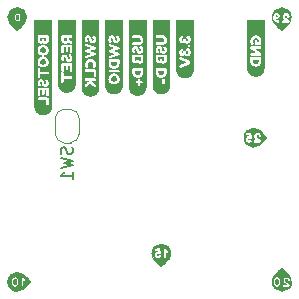
<source format=gbo>
G04 #@! TF.GenerationSoftware,KiCad,Pcbnew,(6.0.0-0)*
G04 #@! TF.CreationDate,2022-05-15T17:03:53+02:00*
G04 #@! TF.ProjectId,rp2040_stamp,72703230-3430-45f7-9374-616d702e6b69,rev?*
G04 #@! TF.SameCoordinates,Original*
G04 #@! TF.FileFunction,Legend,Bot*
G04 #@! TF.FilePolarity,Positive*
%FSLAX46Y46*%
G04 Gerber Fmt 4.6, Leading zero omitted, Abs format (unit mm)*
G04 Created by KiCad (PCBNEW (6.0.0-0)) date 2022-05-15 17:03:53*
%MOMM*%
%LPD*%
G01*
G04 APERTURE LIST*
%ADD10C,0.150000*%
%ADD11C,0.400000*%
%ADD12C,0.100000*%
%ADD13C,0.110000*%
%ADD14C,0.120000*%
%ADD15C,0.010000*%
G04 APERTURE END LIST*
D10*
X153100000Y-114800000D02*
X152500000Y-115400000D01*
D11*
X140950001Y-94300000D02*
G75*
G03*
X140950001Y-94300000I-650000J0D01*
G01*
D12*
X152850000Y-113600001D02*
X152400000Y-113550001D01*
X152400000Y-113550001D02*
X151914045Y-113752529D01*
X151914045Y-113752529D02*
X151789044Y-113952529D01*
X151789044Y-113952529D02*
X151750000Y-114225001D01*
X151750000Y-114225001D02*
X151850001Y-114675001D01*
X151850001Y-114675001D02*
X152025000Y-114875001D01*
X152025000Y-114875001D02*
X151850000Y-114550000D01*
X151850000Y-114550000D02*
X151850000Y-113850000D01*
X151850000Y-113850000D02*
X152200000Y-113750000D01*
X152200000Y-113750000D02*
X152700000Y-113750000D01*
X152700000Y-113750000D02*
X153050000Y-113800000D01*
X153050000Y-113800000D02*
X152850000Y-113600001D01*
G36*
X152850000Y-113600001D02*
G01*
X153050000Y-113800000D01*
X152700000Y-113750000D01*
X152200000Y-113750000D01*
X151853805Y-113848913D01*
X151850000Y-113855000D01*
X151850000Y-114550000D01*
X152025000Y-114875001D01*
X151850001Y-114675001D01*
X151750000Y-114225001D01*
X151789044Y-113952529D01*
X151850000Y-113855000D01*
X151850000Y-113850000D01*
X151853805Y-113848913D01*
X151914045Y-113752529D01*
X152400000Y-113550001D01*
X152850000Y-113600001D01*
G37*
X152850000Y-113600001D02*
X153050000Y-113800000D01*
X152700000Y-113750000D01*
X152200000Y-113750000D01*
X151853805Y-113848913D01*
X151850000Y-113855000D01*
X151850000Y-114550000D01*
X152025000Y-114875001D01*
X151850001Y-114675001D01*
X151750000Y-114225001D01*
X151789044Y-113952529D01*
X151850000Y-113855000D01*
X151850000Y-113850000D01*
X151853805Y-113848913D01*
X151914045Y-113752529D01*
X152400000Y-113550001D01*
X152850000Y-113600001D01*
D10*
X160649999Y-103850000D02*
X160300000Y-103750000D01*
X160300000Y-103750000D02*
X159950001Y-103850000D01*
X159950001Y-103850000D02*
X159750000Y-104000000D01*
X159750000Y-104000000D02*
X160850000Y-104000000D01*
X160850000Y-104000000D02*
X160649999Y-103850000D01*
G36*
X160649999Y-103850000D02*
G01*
X160850000Y-104000000D01*
X159750000Y-104000000D01*
X159950001Y-103850000D01*
X160300000Y-103750000D01*
X160649999Y-103850000D01*
G37*
X160649999Y-103850000D02*
X160850000Y-104000000D01*
X159750000Y-104000000D01*
X159950001Y-103850000D01*
X160300000Y-103750000D01*
X160649999Y-103850000D01*
X162700000Y-95404999D02*
X162100000Y-94804999D01*
D13*
X163499999Y-116695000D02*
G75*
G03*
X163499999Y-116695000I-799999J0D01*
G01*
D10*
X140300001Y-95400001D02*
X139700000Y-94800000D01*
X141399999Y-116700000D02*
X140799999Y-117300000D01*
X162700000Y-115595001D02*
X163300000Y-116195001D01*
D13*
X163499999Y-94305000D02*
G75*
G03*
X163499999Y-94305000I-799999J0D01*
G01*
D12*
X141025000Y-116950000D02*
X141075000Y-116700000D01*
X141075000Y-116700000D02*
X141024999Y-116400000D01*
X141024999Y-116400000D02*
X141025000Y-116950000D01*
G36*
X141075000Y-116700000D02*
G01*
X141025000Y-116950000D01*
X141024999Y-116400000D01*
X141075000Y-116700000D01*
G37*
X141075000Y-116700000D02*
X141025000Y-116950000D01*
X141024999Y-116400000D01*
X141075000Y-116700000D01*
D10*
X163100000Y-94905000D02*
X162300000Y-94905000D01*
X162300000Y-94905000D02*
X162400000Y-95104999D01*
X162400000Y-95104999D02*
X163000000Y-95104999D01*
X163000000Y-95104999D02*
X163100000Y-94905000D01*
G36*
X163000000Y-95104999D02*
G01*
X162400000Y-95104999D01*
X162300000Y-94905000D01*
X163100000Y-94905000D01*
X163000000Y-95104999D01*
G37*
X163000000Y-95104999D02*
X162400000Y-95104999D01*
X162300000Y-94905000D01*
X163100000Y-94905000D01*
X163000000Y-95104999D01*
D13*
X153299999Y-114300001D02*
G75*
G03*
X153299999Y-114300001I-799999J0D01*
G01*
D10*
X162350000Y-117345000D02*
X162700000Y-117445000D01*
X162700000Y-117445000D02*
X163050000Y-117345000D01*
X163050000Y-117345000D02*
X163250000Y-117195000D01*
X163250000Y-117195000D02*
X162150000Y-117195000D01*
X162150000Y-117195000D02*
X162350000Y-117345000D01*
G36*
X163050000Y-117345000D02*
G01*
X162700000Y-117445000D01*
X162350000Y-117345000D01*
X162150000Y-117195000D01*
X163250000Y-117195000D01*
X163050000Y-117345000D01*
G37*
X163050000Y-117345000D02*
X162700000Y-117445000D01*
X162350000Y-117345000D01*
X162150000Y-117195000D01*
X163250000Y-117195000D01*
X163050000Y-117345000D01*
X163050000Y-93655000D02*
X162700000Y-93555000D01*
X162700000Y-93555000D02*
X162350000Y-93655000D01*
X162350000Y-93655000D02*
X162150000Y-93805000D01*
X162150000Y-93805000D02*
X163250000Y-93805000D01*
X163250000Y-93805000D02*
X163050000Y-93655000D01*
G36*
X163050000Y-93655000D02*
G01*
X163250000Y-93805000D01*
X162150000Y-93805000D01*
X162350000Y-93655000D01*
X162700000Y-93555000D01*
X163050000Y-93655000D01*
G37*
X163050000Y-93655000D02*
X163250000Y-93805000D01*
X162150000Y-93805000D01*
X162350000Y-93655000D01*
X162700000Y-93555000D01*
X163050000Y-93655000D01*
X162100000Y-116195001D02*
X162700000Y-115595001D01*
X139600000Y-116350000D02*
X139550000Y-116800000D01*
X139550000Y-116800000D02*
X139775000Y-117250000D01*
X139775000Y-117250000D02*
X139975000Y-117375000D01*
X139975000Y-117375000D02*
X140225000Y-117450000D01*
X140225000Y-117450000D02*
X140675000Y-117349999D01*
X140675000Y-117349999D02*
X140875000Y-117175000D01*
X140875000Y-117175000D02*
X139900000Y-117275000D01*
X139900000Y-117275000D02*
X139700000Y-117000000D01*
X139700000Y-117000000D02*
X139650001Y-116550000D01*
X139650001Y-116550000D02*
X139775000Y-116225000D01*
X139775000Y-116225000D02*
X139600000Y-116350000D01*
G36*
X139650001Y-116550000D02*
G01*
X139700000Y-117000000D01*
X139900000Y-117275000D01*
X140875000Y-117175000D01*
X140675000Y-117349999D01*
X140225000Y-117450000D01*
X139975000Y-117375000D01*
X139775000Y-117250000D01*
X139550000Y-116800000D01*
X139600000Y-116350000D01*
X139775000Y-116225000D01*
X139650001Y-116550000D01*
G37*
X139650001Y-116550000D02*
X139700000Y-117000000D01*
X139900000Y-117275000D01*
X140875000Y-117175000D01*
X140675000Y-117349999D01*
X140225000Y-117450000D01*
X139975000Y-117375000D01*
X139775000Y-117250000D01*
X139550000Y-116800000D01*
X139600000Y-116350000D01*
X139775000Y-116225000D01*
X139650001Y-116550000D01*
X152500000Y-115400000D02*
X152800000Y-115100000D01*
X152800000Y-115100000D02*
X152200000Y-115100000D01*
X152200000Y-115100000D02*
X152500000Y-115400000D01*
G36*
X152500000Y-115400000D02*
G01*
X152200000Y-115100000D01*
X152800000Y-115100000D01*
X152500000Y-115400000D01*
G37*
X152500000Y-115400000D02*
X152200000Y-115100000D01*
X152800000Y-115100000D01*
X152500000Y-115400000D01*
X140799999Y-116100000D02*
X141399999Y-116700000D01*
X163250000Y-94850000D02*
X162700000Y-95404999D01*
X162700000Y-95404999D02*
X163000000Y-95104999D01*
X163000000Y-95104999D02*
X162400000Y-95104999D01*
X162400000Y-95104999D02*
X162700000Y-95404999D01*
G36*
X162700000Y-95404999D02*
G01*
X162400000Y-95104999D01*
X163000000Y-95104999D01*
X162700000Y-95404999D01*
G37*
X162700000Y-95404999D02*
X162400000Y-95104999D01*
X163000000Y-95104999D01*
X162700000Y-95404999D01*
X152500000Y-115400000D02*
X151900000Y-114800000D01*
X162300000Y-116095000D02*
X163100000Y-116095000D01*
X163100000Y-116095000D02*
X163000000Y-115895001D01*
X163000000Y-115895001D02*
X162400000Y-115895001D01*
X162400000Y-115895001D02*
X162300000Y-116095000D01*
G36*
X163100000Y-116095000D02*
G01*
X162300000Y-116095000D01*
X162400000Y-115895001D01*
X163000000Y-115895001D01*
X163100000Y-116095000D01*
G37*
X163100000Y-116095000D02*
X162300000Y-116095000D01*
X162400000Y-115895001D01*
X163000000Y-115895001D01*
X163100000Y-116095000D01*
X159950002Y-105150000D02*
X160300001Y-105250000D01*
X160300001Y-105250000D02*
X160650000Y-105150000D01*
X160650000Y-105150000D02*
X160850001Y-105000000D01*
X160850001Y-105000000D02*
X159750001Y-105000000D01*
X159750001Y-105000000D02*
X159950002Y-105150000D01*
G36*
X160650000Y-105150000D02*
G01*
X160300001Y-105250000D01*
X159950002Y-105150000D01*
X159750001Y-105000000D01*
X160850001Y-105000000D01*
X160650000Y-105150000D01*
G37*
X160650000Y-105150000D02*
X160300001Y-105250000D01*
X159950002Y-105150000D01*
X159750001Y-105000000D01*
X160850001Y-105000000D01*
X160650000Y-105150000D01*
X160845001Y-103950000D02*
X161400000Y-104500000D01*
X162700000Y-115595001D02*
X162400000Y-115895001D01*
X162400000Y-115895001D02*
X163000000Y-115895001D01*
X163000000Y-115895001D02*
X162700000Y-115595001D01*
G36*
X163000000Y-115895001D02*
G01*
X162400000Y-115895001D01*
X162700000Y-115595001D01*
X163000000Y-115895001D01*
G37*
X163000000Y-115895001D02*
X162400000Y-115895001D01*
X162700000Y-115595001D01*
X163000000Y-115895001D01*
D13*
X161100000Y-104500000D02*
G75*
G03*
X161100000Y-104500000I-799999J0D01*
G01*
D10*
X161400000Y-104500000D02*
X160800000Y-105100000D01*
D12*
X153150000Y-113850001D02*
X153150000Y-114750001D01*
X153150000Y-114750001D02*
X153250000Y-114300001D01*
X153250000Y-114300001D02*
X153150000Y-113850001D01*
G36*
X153250000Y-114300001D02*
G01*
X153150000Y-114750001D01*
X153150000Y-113850001D01*
X153250000Y-114300001D01*
G37*
X153250000Y-114300001D02*
X153150000Y-114750001D01*
X153150000Y-113850001D01*
X153250000Y-114300001D01*
D10*
X140300001Y-95400001D02*
X140600002Y-95100000D01*
X140600002Y-95100000D02*
X140000000Y-95100000D01*
X140000000Y-95100000D02*
X140300001Y-95400001D01*
G36*
X140300001Y-95400001D02*
G01*
X140000000Y-95100000D01*
X140600002Y-95100000D01*
X140300001Y-95400001D01*
G37*
X140300001Y-95400001D02*
X140000000Y-95100000D01*
X140600002Y-95100000D01*
X140300001Y-95400001D01*
X141399999Y-116700000D02*
X141099999Y-116400000D01*
X141099999Y-116400000D02*
X141099999Y-117000000D01*
X141099999Y-117000000D02*
X141399999Y-116700000D01*
G36*
X141399999Y-116700000D02*
G01*
X141099999Y-117000000D01*
X141099999Y-116400000D01*
X141399999Y-116700000D01*
G37*
X141399999Y-116700000D02*
X141099999Y-117000000D01*
X141099999Y-116400000D01*
X141399999Y-116700000D01*
X152550000Y-113725000D02*
X152550000Y-114775000D01*
X139850000Y-116100000D02*
X140750000Y-116100000D01*
X140750000Y-116100000D02*
X140300000Y-115950000D01*
X140300000Y-115950000D02*
X139850000Y-116100000D01*
G36*
X140750000Y-116100000D02*
G01*
X139850000Y-116100000D01*
X140300000Y-115950000D01*
X140750000Y-116100000D01*
G37*
X140750000Y-116100000D02*
X139850000Y-116100000D01*
X140300000Y-115950000D01*
X140750000Y-116100000D01*
X140900002Y-94800000D02*
X140300001Y-95400001D01*
D12*
X152025000Y-114800000D02*
X152500000Y-115200000D01*
X152500000Y-115200000D02*
X153000000Y-114800000D01*
X153000000Y-114800000D02*
X152025000Y-114800000D01*
G36*
X152500000Y-115200000D02*
G01*
X152025000Y-114800000D01*
X153000000Y-114800000D01*
X152500000Y-115200000D01*
G37*
X152500000Y-115200000D02*
X152025000Y-114800000D01*
X153000000Y-114800000D01*
X152500000Y-115200000D01*
D13*
X141099999Y-116700000D02*
G75*
G03*
X141099999Y-116700000I-799999J0D01*
G01*
D10*
X161400000Y-104500000D02*
X161050000Y-104200000D01*
X161050000Y-104200000D02*
X161050000Y-104800000D01*
X161050000Y-104800000D02*
X161400000Y-104500000D01*
G36*
X161400000Y-104500000D02*
G01*
X161050000Y-104800000D01*
X161050000Y-104200000D01*
X161400000Y-104500000D01*
G37*
X161400000Y-104500000D02*
X161050000Y-104800000D01*
X161050000Y-104200000D01*
X161400000Y-104500000D01*
X144934761Y-105326666D02*
X144982380Y-105469523D01*
X144982380Y-105707619D01*
X144934761Y-105802857D01*
X144887142Y-105850476D01*
X144791904Y-105898095D01*
X144696666Y-105898095D01*
X144601428Y-105850476D01*
X144553809Y-105802857D01*
X144506190Y-105707619D01*
X144458571Y-105517142D01*
X144410952Y-105421904D01*
X144363333Y-105374285D01*
X144268095Y-105326666D01*
X144172857Y-105326666D01*
X144077619Y-105374285D01*
X144030000Y-105421904D01*
X143982380Y-105517142D01*
X143982380Y-105755238D01*
X144030000Y-105898095D01*
X143982380Y-106231428D02*
X144982380Y-106469523D01*
X144268095Y-106660000D01*
X144982380Y-106850476D01*
X143982380Y-107088571D01*
X144982380Y-107993333D02*
X144982380Y-107421904D01*
X144982380Y-107707619D02*
X143982380Y-107707619D01*
X144125238Y-107612380D01*
X144220476Y-107517142D01*
X144268095Y-107421904D01*
G36*
X160264860Y-105008767D02*
G01*
X159627744Y-105008767D01*
X159600000Y-104900000D01*
X159550000Y-104751747D01*
X159550000Y-104635573D01*
X159627744Y-104635573D01*
X159636634Y-104708668D01*
X159663304Y-104774602D01*
X159707754Y-104833375D01*
X159765415Y-104879368D01*
X159831720Y-104906964D01*
X159906668Y-104916163D01*
X159973343Y-104910360D01*
X160035573Y-104892950D01*
X160093358Y-104863934D01*
X160121139Y-104842821D01*
X160130029Y-104835042D01*
X160172256Y-104768367D01*
X160131140Y-104696136D01*
X160066688Y-104659464D01*
X159992234Y-104695024D01*
X159922781Y-104718361D01*
X159849438Y-104697247D01*
X159825546Y-104638906D01*
X159851661Y-104580010D01*
X159911113Y-104558341D01*
X159964452Y-104578343D01*
X160025016Y-104603902D01*
X160095024Y-104582788D01*
X160146698Y-104548895D01*
X160158921Y-104521669D01*
X160153365Y-104469718D01*
X160136696Y-104342758D01*
X160119750Y-104217742D01*
X160113360Y-104171626D01*
X160105581Y-104148289D01*
X160089468Y-104118286D01*
X160060576Y-104094394D01*
X160015570Y-104083837D01*
X159846660Y-104084948D01*
X159742202Y-104084948D01*
X159703309Y-104086615D01*
X159674416Y-104097172D01*
X159651913Y-104127176D01*
X159644412Y-104186072D01*
X159651358Y-104239690D01*
X159672194Y-104267193D01*
X159699419Y-104277750D01*
X159735535Y-104279417D01*
X159930004Y-104279417D01*
X159941116Y-104363872D01*
X159902223Y-104361649D01*
X159834189Y-104370478D01*
X159770848Y-104396962D01*
X159712199Y-104441104D01*
X159665279Y-104498024D01*
X159637128Y-104562847D01*
X159627744Y-104635573D01*
X159550000Y-104635573D01*
X159550000Y-104475000D01*
X159600000Y-104100000D01*
X159627744Y-103991233D01*
X160264860Y-103991233D01*
X160264860Y-105008767D01*
G37*
G36*
X153150000Y-113875000D02*
G01*
X153188184Y-114776544D01*
X152611816Y-114776544D01*
X152611816Y-114586150D01*
X152704420Y-114586150D01*
X152706087Y-114624488D01*
X152716644Y-114653936D01*
X152746092Y-114676439D01*
X152803321Y-114683940D01*
X152859162Y-114676717D01*
X152888887Y-114655048D01*
X152899444Y-114624488D01*
X152901111Y-114583928D01*
X152901111Y-114187211D01*
X152915558Y-114200546D01*
X152993345Y-114234995D01*
X153060576Y-114196101D01*
X153095580Y-114127204D01*
X153055575Y-114061640D01*
X152873330Y-113897175D01*
X152869996Y-113894952D01*
X152807211Y-113866060D01*
X152754426Y-113871616D01*
X152725534Y-113884396D01*
X152709976Y-113908287D01*
X152704420Y-113967184D01*
X152704420Y-114586150D01*
X152611816Y-114586150D01*
X152611816Y-113773456D01*
X153095580Y-113773456D01*
X153150000Y-113875000D01*
G37*
G36*
X150739395Y-97917968D02*
G01*
X150717805Y-97977975D01*
X150653035Y-97997978D01*
X150604775Y-97990993D01*
X150579375Y-97967498D01*
X150569215Y-97896378D01*
X150551435Y-97827798D01*
X150478410Y-97804938D01*
X150405385Y-97828433D01*
X150387605Y-97906538D01*
X150360935Y-97967498D01*
X150315215Y-97971308D01*
X150270765Y-97950353D01*
X150258065Y-97887488D01*
X150258065Y-97709688D01*
X150739395Y-97709688D01*
X150739395Y-97917968D01*
G37*
G36*
X150739395Y-98974608D02*
G01*
X150722409Y-99061603D01*
X150671450Y-99139708D01*
X150594774Y-99194953D01*
X150500635Y-99213368D01*
X150406179Y-99195429D01*
X150328550Y-99141613D01*
X150276639Y-99063666D01*
X150259335Y-98973338D01*
X150259335Y-98851418D01*
X150739395Y-98851418D01*
X150739395Y-98974608D01*
G37*
G36*
X151241690Y-100286331D02*
G01*
X151230958Y-100358677D01*
X151213187Y-100429624D01*
X151188547Y-100498487D01*
X151157277Y-100564603D01*
X151119676Y-100627335D01*
X151076108Y-100686080D01*
X151026991Y-100740272D01*
X150972800Y-100789389D01*
X150914054Y-100832957D01*
X150851322Y-100870558D01*
X150785206Y-100901828D01*
X150716343Y-100926468D01*
X150645397Y-100944239D01*
X150573050Y-100954970D01*
X150500000Y-100958559D01*
X150426950Y-100954970D01*
X150354603Y-100944239D01*
X150283657Y-100926468D01*
X150214794Y-100901828D01*
X150148678Y-100870558D01*
X150085946Y-100832957D01*
X150027200Y-100789389D01*
X149973009Y-100740272D01*
X149923892Y-100686080D01*
X149880324Y-100627335D01*
X149842723Y-100564603D01*
X149811453Y-100498487D01*
X149786813Y-100429624D01*
X149769042Y-100358677D01*
X149758310Y-100286331D01*
X149754722Y-100213281D01*
X149754722Y-99805188D01*
X150315215Y-99805188D01*
X150322200Y-99862973D01*
X150345695Y-99894088D01*
X150415545Y-99905518D01*
X150517145Y-99905518D01*
X150517145Y-100008388D01*
X150527940Y-100073158D01*
X150560325Y-100100463D01*
X150618110Y-100107448D01*
X150675895Y-100101098D01*
X150706375Y-100079508D01*
X150717805Y-100014738D01*
X150717805Y-99905518D01*
X150820675Y-99905518D01*
X150885445Y-99894723D01*
X150912750Y-99862338D01*
X150919735Y-99804553D01*
X150912750Y-99746768D01*
X150889255Y-99716288D01*
X150819405Y-99704858D01*
X150717805Y-99704858D01*
X150717805Y-99594368D01*
X150707645Y-99533408D01*
X150675260Y-99508008D01*
X150617475Y-99501658D01*
X150559690Y-99508643D01*
X150528575Y-99533408D01*
X150517145Y-99603258D01*
X150517145Y-99704858D01*
X150414275Y-99704858D01*
X150349505Y-99715018D01*
X150322200Y-99747403D01*
X150315215Y-99805188D01*
X149754722Y-99805188D01*
X149754722Y-98739658D01*
X150033275Y-98739658D01*
X150034545Y-98974608D01*
X150042840Y-99063904D01*
X150067724Y-99147645D01*
X150109197Y-99225829D01*
X150167260Y-99298458D01*
X150237427Y-99359576D01*
X150315215Y-99403233D01*
X150400622Y-99429426D01*
X150493650Y-99438158D01*
X150587035Y-99429625D01*
X150673514Y-99404026D01*
X150753087Y-99361362D01*
X150825755Y-99301633D01*
X150886318Y-99229758D01*
X150929578Y-99150661D01*
X150955533Y-99064341D01*
X150964185Y-98970798D01*
X150964185Y-98738388D01*
X150956248Y-98675523D01*
X150932435Y-98641868D01*
X150851155Y-98626628D01*
X150145035Y-98626628D01*
X150100585Y-98628533D01*
X150067565Y-98640598D01*
X150041847Y-98674253D01*
X150033275Y-98739658D01*
X149754722Y-98739658D01*
X149754722Y-97917968D01*
X150033275Y-97917968D01*
X150042306Y-97991628D01*
X150069399Y-98056821D01*
X150114555Y-98113548D01*
X150173257Y-98159409D01*
X150239297Y-98186925D01*
X150312675Y-98196098D01*
X150393002Y-98184033D01*
X150466345Y-98147838D01*
X150528011Y-98189465D01*
X150594474Y-98214442D01*
X150665735Y-98222768D01*
X150745816Y-98211973D01*
X150816724Y-98182974D01*
X150878460Y-98135773D01*
X150926085Y-98075448D01*
X150954660Y-98007079D01*
X150964185Y-97930668D01*
X150964185Y-97596658D01*
X150952120Y-97526173D01*
X150915925Y-97492518D01*
X150849885Y-97484898D01*
X150145035Y-97484898D01*
X150100585Y-97486803D01*
X150067565Y-97498868D01*
X150041847Y-97532523D01*
X150033275Y-97597928D01*
X150033275Y-97917968D01*
X149754722Y-97917968D01*
X149754722Y-97051828D01*
X150019305Y-97051828D01*
X150024226Y-97124694D01*
X150038990Y-97190893D01*
X150078995Y-97277888D01*
X150103125Y-97309638D01*
X150165355Y-97349008D01*
X150235205Y-97318528D01*
X150282830Y-97274713D01*
X150298705Y-97229628D01*
X150273305Y-97163588D01*
X150260605Y-97148983D01*
X150244095Y-97129298D01*
X150227585Y-97061353D01*
X150247270Y-96992773D01*
X150301880Y-96965468D01*
X150358395Y-96997853D01*
X150387605Y-97078498D01*
X150397289Y-97128980D01*
X150411100Y-97183908D01*
X150428721Y-97238835D01*
X150449835Y-97289318D01*
X150481109Y-97333609D01*
X150529210Y-97369963D01*
X150592234Y-97394251D01*
X150668275Y-97402348D01*
X150745904Y-97394093D01*
X150813690Y-97369328D01*
X150869411Y-97331228D01*
X150910845Y-97282968D01*
X150948239Y-97212835D01*
X150970676Y-97139599D01*
X150978155Y-97063258D01*
X150974504Y-97005155D01*
X150963550Y-96950228D01*
X150927355Y-96863868D01*
X150887350Y-96806718D01*
X150848615Y-96769888D01*
X150834645Y-96758458D01*
X150761620Y-96725438D01*
X150723996Y-96739090D01*
X150675895Y-96780048D01*
X150645415Y-96847358D01*
X150661290Y-96889903D01*
X150708915Y-96946418D01*
X150750190Y-96997218D01*
X150769875Y-97058178D01*
X150759151Y-97123794D01*
X150726977Y-97163164D01*
X150673355Y-97176288D01*
X150624460Y-97143903D01*
X150595885Y-97063258D01*
X150584296Y-97013093D01*
X150567310Y-96959118D01*
X150545879Y-96905143D01*
X150520955Y-96854978D01*
X150486506Y-96810686D01*
X150436500Y-96774333D01*
X150372841Y-96750044D01*
X150297435Y-96741948D01*
X150226103Y-96751190D01*
X150161122Y-96778919D01*
X150102490Y-96825133D01*
X150056276Y-96887292D01*
X150028548Y-96962857D01*
X150019305Y-97051828D01*
X149754722Y-97051828D01*
X149754722Y-95935498D01*
X150033275Y-95935498D01*
X150040895Y-96000268D01*
X150067565Y-96033288D01*
X150147575Y-96048528D01*
X150528575Y-96048528D01*
X150604140Y-96058053D01*
X150675895Y-96086628D01*
X150733045Y-96143778D01*
X150754635Y-96233948D01*
X150737490Y-96314910D01*
X150686055Y-96372378D01*
X150612078Y-96406668D01*
X150527305Y-96418098D01*
X150138685Y-96418098D01*
X150068835Y-96430798D01*
X150040895Y-96467628D01*
X150033275Y-96527953D01*
X150039625Y-96585738D01*
X150054865Y-96618758D01*
X150081535Y-96635268D01*
X150147575Y-96642888D01*
X150531115Y-96642888D01*
X150613030Y-96636379D01*
X150691135Y-96616853D01*
X150765430Y-96584309D01*
X150835915Y-96538748D01*
X150894494Y-96480645D01*
X150940690Y-96407938D01*
X150970694Y-96323641D01*
X150980695Y-96230773D01*
X150970535Y-96138063D01*
X150940055Y-96054243D01*
X150893065Y-95982329D01*
X150833375Y-95925338D01*
X150763843Y-95880332D01*
X150689865Y-95848185D01*
X150611443Y-95828897D01*
X150528575Y-95822468D01*
X150146305Y-95822468D01*
X150101220Y-95824373D01*
X150067565Y-95836438D01*
X150040895Y-95870728D01*
X150033275Y-95935498D01*
X149754722Y-95935498D01*
X149754722Y-94499551D01*
X151245278Y-94499551D01*
X151245278Y-100213281D01*
X151241690Y-100286331D01*
G37*
D14*
X144230000Y-104910000D02*
X144830000Y-104910000D01*
X143530000Y-102810000D02*
X143530000Y-104210000D01*
X145530000Y-104210000D02*
X145530000Y-102810000D01*
X144830000Y-102110000D02*
X144230000Y-102110000D01*
X144830000Y-104910000D02*
G75*
G03*
X145530000Y-104210000I1J699999D01*
G01*
X145530000Y-102810000D02*
G75*
G03*
X144830000Y-102110000I-699999J1D01*
G01*
X144230000Y-102110000D02*
G75*
G03*
X143530000Y-102810000I-1J-699999D01*
G01*
X143530000Y-104210000D02*
G75*
G03*
X144230000Y-104910000I699999J-1D01*
G01*
G36*
X163450000Y-94000000D02*
G01*
X163450000Y-94375000D01*
X163400000Y-94800000D01*
X163250000Y-94857100D01*
X162641245Y-94857100D01*
X162641245Y-94666151D01*
X162733849Y-94666151D01*
X162741072Y-94722269D01*
X162764964Y-94751161D01*
X162833862Y-94764496D01*
X163268361Y-94764496D01*
X163337258Y-94734493D01*
X163366151Y-94664484D01*
X163355733Y-94606838D01*
X163324479Y-94553914D01*
X163278501Y-94506964D01*
X163223911Y-94467237D01*
X163165014Y-94431399D01*
X163106118Y-94396117D01*
X163051528Y-94358751D01*
X163005550Y-94316662D01*
X162974296Y-94270823D01*
X162963878Y-94222206D01*
X162971657Y-94193869D01*
X162988881Y-94163866D01*
X163018329Y-94142196D01*
X163073892Y-94132195D01*
X163135566Y-94158309D01*
X163165014Y-94209982D01*
X163169459Y-94235541D01*
X163169459Y-94242209D01*
X163171126Y-94278880D01*
X163181683Y-94306661D01*
X163211687Y-94326664D01*
X163268361Y-94333331D01*
X163330313Y-94322774D01*
X163360594Y-94291104D01*
X163366151Y-94234430D01*
X163356952Y-94160038D01*
X163329356Y-94090955D01*
X163283363Y-94027182D01*
X163222491Y-93976250D01*
X163150259Y-93945690D01*
X163066669Y-93935504D01*
X162983016Y-93945814D01*
X162910600Y-93976743D01*
X162849419Y-94028293D01*
X162803117Y-94093054D01*
X162775336Y-94163619D01*
X162766076Y-94239986D01*
X162773021Y-94301661D01*
X162793857Y-94360001D01*
X162824416Y-94411119D01*
X162860532Y-94451124D01*
X162938319Y-94512520D01*
X163007217Y-94550025D01*
X163034998Y-94561138D01*
X163034998Y-94566694D01*
X162831639Y-94566694D01*
X162766631Y-94577251D01*
X162740517Y-94609477D01*
X162733849Y-94666151D01*
X162641245Y-94666151D01*
X162641245Y-93842900D01*
X163366151Y-93842900D01*
X163450000Y-94000000D01*
G37*
D15*
X162240000Y-116905000D02*
X162200000Y-116895000D01*
X162200000Y-116895000D02*
X162170000Y-116865000D01*
X162170000Y-116865000D02*
X162150000Y-116815000D01*
X162150000Y-116815000D02*
X162130000Y-116745000D01*
X162130000Y-116745000D02*
X162130000Y-116655000D01*
X162130000Y-116655000D02*
X162140000Y-116575000D01*
X162140000Y-116575000D02*
X162160000Y-116515000D01*
X162160000Y-116515000D02*
X162180000Y-116475000D01*
X162180000Y-116475000D02*
X162220000Y-116445000D01*
X162220000Y-116445000D02*
X162260000Y-116445000D01*
X162260000Y-116445000D02*
X162300000Y-116465000D01*
X162300000Y-116465000D02*
X162330000Y-116505000D01*
X162330000Y-116505000D02*
X162350000Y-116555000D01*
X162350000Y-116555000D02*
X162360000Y-116635000D01*
X162360000Y-116635000D02*
X162360000Y-116725000D01*
X162360000Y-116725000D02*
X162350000Y-116805000D01*
X162350000Y-116805000D02*
X162330000Y-116855000D01*
X162330000Y-116855000D02*
X162300000Y-116895000D01*
X162300000Y-116895000D02*
X162260000Y-116905000D01*
X162260000Y-116905000D02*
X162240000Y-116905000D01*
X162240000Y-116905000D02*
X162240000Y-116905000D01*
G36*
X162300000Y-116465000D02*
G01*
X162330000Y-116505000D01*
X162350000Y-116555000D01*
X162360000Y-116635000D01*
X162360000Y-116725000D01*
X162350000Y-116805000D01*
X162330000Y-116855000D01*
X162300000Y-116895000D01*
X162260000Y-116905000D01*
X162240000Y-116905000D01*
X162200000Y-116895000D01*
X162170000Y-116865000D01*
X162150000Y-116815000D01*
X162130000Y-116745000D01*
X162130000Y-116655000D01*
X162140000Y-116575000D01*
X162160000Y-116515000D01*
X162180000Y-116475000D01*
X162220000Y-116445000D01*
X162260000Y-116445000D01*
X162300000Y-116465000D01*
G37*
X162300000Y-116465000D02*
X162330000Y-116505000D01*
X162350000Y-116555000D01*
X162360000Y-116635000D01*
X162360000Y-116725000D01*
X162350000Y-116805000D01*
X162330000Y-116855000D01*
X162300000Y-116895000D01*
X162260000Y-116905000D01*
X162240000Y-116905000D01*
X162200000Y-116895000D01*
X162170000Y-116865000D01*
X162150000Y-116815000D01*
X162130000Y-116745000D01*
X162130000Y-116655000D01*
X162140000Y-116575000D01*
X162160000Y-116515000D01*
X162180000Y-116475000D01*
X162220000Y-116445000D01*
X162260000Y-116445000D01*
X162300000Y-116465000D01*
X163250000Y-116105000D02*
X163400000Y-116295000D01*
X163400000Y-116295000D02*
X163500000Y-116895000D01*
X163500000Y-116895000D02*
X163350000Y-117195000D01*
X163350000Y-117195000D02*
X162150000Y-117195000D01*
X162150000Y-117195000D02*
X161900000Y-116945000D01*
X161900000Y-116945000D02*
X161900000Y-116395000D01*
X161900000Y-116395000D02*
X162200000Y-116105000D01*
X162200000Y-116105000D02*
X163250000Y-116105000D01*
X163250000Y-116105000D02*
X163270000Y-116325000D01*
X163270000Y-116325000D02*
X163220000Y-116295000D01*
X163220000Y-116295000D02*
X163170000Y-116275000D01*
X163170000Y-116275000D02*
X163100000Y-116265000D01*
X163100000Y-116265000D02*
X163040000Y-116265000D01*
X163040000Y-116265000D02*
X162980000Y-116275000D01*
X162980000Y-116275000D02*
X162930000Y-116305000D01*
X162930000Y-116305000D02*
X162880000Y-116335000D01*
X162880000Y-116335000D02*
X162840000Y-116375000D01*
X162840000Y-116375000D02*
X162810000Y-116425000D01*
X162810000Y-116425000D02*
X162790000Y-116485000D01*
X162790000Y-116485000D02*
X162780000Y-116545000D01*
X162780000Y-116545000D02*
X162780000Y-116605000D01*
X162780000Y-116605000D02*
X162560000Y-116625000D01*
X162560000Y-116625000D02*
X162560000Y-116565000D01*
X162560000Y-116565000D02*
X162550000Y-116515000D01*
X162550000Y-116515000D02*
X162530000Y-116455000D01*
X162530000Y-116455000D02*
X162500000Y-116395000D01*
X162500000Y-116395000D02*
X162480000Y-116355000D01*
X162480000Y-116355000D02*
X162450000Y-116305000D01*
X162450000Y-116305000D02*
X162390000Y-116285000D01*
X162390000Y-116285000D02*
X162340000Y-116255000D01*
X162340000Y-116255000D02*
X162280000Y-116245000D01*
X162280000Y-116245000D02*
X162220000Y-116245000D01*
X162220000Y-116245000D02*
X162160000Y-116255000D01*
X162160000Y-116255000D02*
X162110000Y-116275000D01*
X162110000Y-116275000D02*
X162060000Y-116315000D01*
X162060000Y-116315000D02*
X162020000Y-116355000D01*
X162020000Y-116355000D02*
X161990000Y-116405000D01*
X161990000Y-116405000D02*
X161970000Y-116455000D01*
X161970000Y-116455000D02*
X161950000Y-116515000D01*
X161950000Y-116515000D02*
X161940000Y-116575000D01*
X161940000Y-116575000D02*
X161930000Y-116635000D01*
X161930000Y-116635000D02*
X161930000Y-116695000D01*
X161930000Y-116695000D02*
X161930000Y-116765000D01*
X161930000Y-116765000D02*
X161940000Y-116825000D01*
X161940000Y-116825000D02*
X161960000Y-116885000D01*
X161960000Y-116885000D02*
X161980000Y-116935000D01*
X161980000Y-116935000D02*
X162000000Y-116975000D01*
X162000000Y-116975000D02*
X162040000Y-117025000D01*
X162040000Y-117025000D02*
X162080000Y-117065000D01*
X162080000Y-117065000D02*
X162130000Y-117085000D01*
X162130000Y-117085000D02*
X162190000Y-117105000D01*
X162190000Y-117105000D02*
X162250000Y-117105000D01*
X162250000Y-117105000D02*
X162310000Y-117105000D01*
X162310000Y-117105000D02*
X162370000Y-117085000D01*
X162370000Y-117085000D02*
X162420000Y-117055000D01*
X162420000Y-117055000D02*
X162470000Y-117025000D01*
X162470000Y-117025000D02*
X162500000Y-116975000D01*
X162500000Y-116975000D02*
X162520000Y-116925000D01*
X162520000Y-116925000D02*
X162540000Y-116865000D01*
X162540000Y-116865000D02*
X162550000Y-116815000D01*
X162550000Y-116815000D02*
X162560000Y-116755000D01*
X162560000Y-116755000D02*
X162560000Y-116695000D01*
X162560000Y-116695000D02*
X162560000Y-116625000D01*
X162560000Y-116625000D02*
X162780000Y-116605000D01*
X162780000Y-116605000D02*
X162790000Y-116655000D01*
X162790000Y-116655000D02*
X162810000Y-116715000D01*
X162810000Y-116715000D02*
X162850000Y-116765000D01*
X162850000Y-116765000D02*
X162890000Y-116805000D01*
X162890000Y-116805000D02*
X162940000Y-116845000D01*
X162940000Y-116845000D02*
X162990000Y-116875000D01*
X162990000Y-116875000D02*
X163040000Y-116895000D01*
X163040000Y-116895000D02*
X163010000Y-116905000D01*
X163010000Y-116905000D02*
X162890000Y-116905000D01*
X162890000Y-116905000D02*
X162800000Y-116915000D01*
X162800000Y-116915000D02*
X162750000Y-116945000D01*
X162750000Y-116945000D02*
X162740000Y-116995000D01*
X162740000Y-116995000D02*
X162750000Y-117065000D01*
X162750000Y-117065000D02*
X162780000Y-117105000D01*
X162780000Y-117105000D02*
X162840000Y-117105000D01*
X162840000Y-117105000D02*
X163250000Y-117105000D01*
X163250000Y-117105000D02*
X163310000Y-117105000D01*
X163310000Y-117105000D02*
X163360000Y-117075000D01*
X163360000Y-117075000D02*
X163390000Y-117025000D01*
X163390000Y-117025000D02*
X163380000Y-116965000D01*
X163380000Y-116965000D02*
X163360000Y-116915000D01*
X163360000Y-116915000D02*
X163320000Y-116865000D01*
X163320000Y-116865000D02*
X163270000Y-116825000D01*
X163270000Y-116825000D02*
X163120000Y-116735000D01*
X163120000Y-116735000D02*
X163070000Y-116705000D01*
X163070000Y-116705000D02*
X163030000Y-116665000D01*
X163030000Y-116665000D02*
X162990000Y-116615000D01*
X162990000Y-116615000D02*
X162980000Y-116555000D01*
X162980000Y-116555000D02*
X163000000Y-116505000D01*
X163000000Y-116505000D02*
X163050000Y-116475000D01*
X163050000Y-116475000D02*
X163110000Y-116465000D01*
X163110000Y-116465000D02*
X163160000Y-116495000D01*
X163160000Y-116495000D02*
X163180000Y-116545000D01*
X163180000Y-116545000D02*
X163190000Y-116605000D01*
X163190000Y-116605000D02*
X163210000Y-116655000D01*
X163210000Y-116655000D02*
X163260000Y-116675000D01*
X163260000Y-116675000D02*
X163340000Y-116665000D01*
X163340000Y-116665000D02*
X163380000Y-116635000D01*
X163380000Y-116635000D02*
X163390000Y-116585000D01*
X163390000Y-116585000D02*
X163380000Y-116525000D01*
X163380000Y-116525000D02*
X163370000Y-116465000D01*
X163370000Y-116465000D02*
X163350000Y-116415000D01*
X163350000Y-116415000D02*
X163310000Y-116365000D01*
X163310000Y-116365000D02*
X163270000Y-116325000D01*
X163270000Y-116325000D02*
X163200000Y-116105000D01*
X163200000Y-116105000D02*
X163250000Y-116105000D01*
X163250000Y-116105000D02*
X163250000Y-116105000D01*
G36*
X163400000Y-116295000D02*
G01*
X163500000Y-116895000D01*
X163350000Y-117195000D01*
X162150000Y-117195000D01*
X161900000Y-116945000D01*
X161900000Y-116765000D01*
X161930000Y-116765000D01*
X161940000Y-116825000D01*
X161960000Y-116885000D01*
X161980000Y-116935000D01*
X162000000Y-116975000D01*
X162040000Y-117025000D01*
X162080000Y-117065000D01*
X162130000Y-117085000D01*
X162190000Y-117105000D01*
X162310000Y-117105000D01*
X162370000Y-117085000D01*
X162470000Y-117025000D01*
X162488000Y-116995000D01*
X162740000Y-116995000D01*
X162750000Y-117065000D01*
X162780000Y-117105000D01*
X163310000Y-117105000D01*
X163360000Y-117075000D01*
X163390000Y-117025000D01*
X163380000Y-116965000D01*
X163360000Y-116915000D01*
X163320000Y-116865000D01*
X163270000Y-116825000D01*
X163070000Y-116705000D01*
X163030000Y-116665000D01*
X162990000Y-116615000D01*
X162980000Y-116555000D01*
X163000000Y-116505000D01*
X163050000Y-116475000D01*
X163110000Y-116465000D01*
X163160000Y-116495000D01*
X163180000Y-116545000D01*
X163190000Y-116605000D01*
X163210000Y-116655000D01*
X163260000Y-116675000D01*
X163340000Y-116665000D01*
X163380000Y-116635000D01*
X163390000Y-116585000D01*
X163370000Y-116465000D01*
X163350000Y-116415000D01*
X163310000Y-116365000D01*
X163270000Y-116325000D01*
X163220000Y-116295000D01*
X163170000Y-116275000D01*
X163100000Y-116265000D01*
X163040000Y-116265000D01*
X162980000Y-116275000D01*
X162880000Y-116335000D01*
X162840000Y-116375000D01*
X162810000Y-116425000D01*
X162790000Y-116485000D01*
X162780000Y-116545000D01*
X162780000Y-116605000D01*
X162790000Y-116655000D01*
X162810000Y-116715000D01*
X162850000Y-116765000D01*
X162890000Y-116805000D01*
X162940000Y-116845000D01*
X162990000Y-116875000D01*
X163040000Y-116895000D01*
X163010000Y-116905000D01*
X162890000Y-116905000D01*
X162800000Y-116915000D01*
X162750000Y-116945000D01*
X162740000Y-116995000D01*
X162488000Y-116995000D01*
X162500000Y-116975000D01*
X162520000Y-116925000D01*
X162540000Y-116865000D01*
X162550000Y-116815000D01*
X162560000Y-116755000D01*
X162560000Y-116565000D01*
X162550000Y-116515000D01*
X162530000Y-116455000D01*
X162480000Y-116355000D01*
X162450000Y-116305000D01*
X162390000Y-116285000D01*
X162340000Y-116255000D01*
X162280000Y-116245000D01*
X162220000Y-116245000D01*
X162160000Y-116255000D01*
X162110000Y-116275000D01*
X162060000Y-116315000D01*
X162020000Y-116355000D01*
X161990000Y-116405000D01*
X161970000Y-116455000D01*
X161950000Y-116515000D01*
X161930000Y-116635000D01*
X161930000Y-116765000D01*
X161900000Y-116765000D01*
X161900000Y-116395000D01*
X162200000Y-116105000D01*
X163250000Y-116105000D01*
X163400000Y-116295000D01*
G37*
X163400000Y-116295000D02*
X163500000Y-116895000D01*
X163350000Y-117195000D01*
X162150000Y-117195000D01*
X161900000Y-116945000D01*
X161900000Y-116765000D01*
X161930000Y-116765000D01*
X161940000Y-116825000D01*
X161960000Y-116885000D01*
X161980000Y-116935000D01*
X162000000Y-116975000D01*
X162040000Y-117025000D01*
X162080000Y-117065000D01*
X162130000Y-117085000D01*
X162190000Y-117105000D01*
X162310000Y-117105000D01*
X162370000Y-117085000D01*
X162470000Y-117025000D01*
X162488000Y-116995000D01*
X162740000Y-116995000D01*
X162750000Y-117065000D01*
X162780000Y-117105000D01*
X163310000Y-117105000D01*
X163360000Y-117075000D01*
X163390000Y-117025000D01*
X163380000Y-116965000D01*
X163360000Y-116915000D01*
X163320000Y-116865000D01*
X163270000Y-116825000D01*
X163070000Y-116705000D01*
X163030000Y-116665000D01*
X162990000Y-116615000D01*
X162980000Y-116555000D01*
X163000000Y-116505000D01*
X163050000Y-116475000D01*
X163110000Y-116465000D01*
X163160000Y-116495000D01*
X163180000Y-116545000D01*
X163190000Y-116605000D01*
X163210000Y-116655000D01*
X163260000Y-116675000D01*
X163340000Y-116665000D01*
X163380000Y-116635000D01*
X163390000Y-116585000D01*
X163370000Y-116465000D01*
X163350000Y-116415000D01*
X163310000Y-116365000D01*
X163270000Y-116325000D01*
X163220000Y-116295000D01*
X163170000Y-116275000D01*
X163100000Y-116265000D01*
X163040000Y-116265000D01*
X162980000Y-116275000D01*
X162880000Y-116335000D01*
X162840000Y-116375000D01*
X162810000Y-116425000D01*
X162790000Y-116485000D01*
X162780000Y-116545000D01*
X162780000Y-116605000D01*
X162790000Y-116655000D01*
X162810000Y-116715000D01*
X162850000Y-116765000D01*
X162890000Y-116805000D01*
X162940000Y-116845000D01*
X162990000Y-116875000D01*
X163040000Y-116895000D01*
X163010000Y-116905000D01*
X162890000Y-116905000D01*
X162800000Y-116915000D01*
X162750000Y-116945000D01*
X162740000Y-116995000D01*
X162488000Y-116995000D01*
X162500000Y-116975000D01*
X162520000Y-116925000D01*
X162540000Y-116865000D01*
X162550000Y-116815000D01*
X162560000Y-116755000D01*
X162560000Y-116565000D01*
X162550000Y-116515000D01*
X162530000Y-116455000D01*
X162480000Y-116355000D01*
X162450000Y-116305000D01*
X162390000Y-116285000D01*
X162340000Y-116255000D01*
X162280000Y-116245000D01*
X162220000Y-116245000D01*
X162160000Y-116255000D01*
X162110000Y-116275000D01*
X162060000Y-116315000D01*
X162020000Y-116355000D01*
X161990000Y-116405000D01*
X161970000Y-116455000D01*
X161950000Y-116515000D01*
X161930000Y-116635000D01*
X161930000Y-116765000D01*
X161900000Y-116765000D01*
X161900000Y-116395000D01*
X162200000Y-116105000D01*
X163250000Y-116105000D01*
X163400000Y-116295000D01*
G36*
X149241690Y-100151711D02*
G01*
X149230958Y-100224057D01*
X149213187Y-100295004D01*
X149188547Y-100363867D01*
X149157277Y-100429983D01*
X149119676Y-100492715D01*
X149076108Y-100551460D01*
X149026991Y-100605652D01*
X148972800Y-100654769D01*
X148914054Y-100698337D01*
X148851322Y-100735938D01*
X148785206Y-100767208D01*
X148716343Y-100791848D01*
X148645397Y-100809619D01*
X148573050Y-100820350D01*
X148500000Y-100823939D01*
X148426950Y-100820350D01*
X148354603Y-100809619D01*
X148283657Y-100791848D01*
X148214794Y-100767208D01*
X148148678Y-100735938D01*
X148085946Y-100698337D01*
X148027200Y-100654769D01*
X147973009Y-100605652D01*
X147923892Y-100551460D01*
X147880324Y-100492715D01*
X147842723Y-100429983D01*
X147811453Y-100363867D01*
X147786813Y-100295004D01*
X147769042Y-100224057D01*
X147758310Y-100151711D01*
X147754722Y-100078661D01*
X147754722Y-99508008D01*
X148023115Y-99508008D01*
X148031608Y-99598892D01*
X148057087Y-99683585D01*
X148099553Y-99762087D01*
X148159005Y-99834398D01*
X148231038Y-99894961D01*
X148311246Y-99938220D01*
X148399630Y-99964176D01*
X148496190Y-99972828D01*
X148593107Y-99964573D01*
X148682563Y-99939808D01*
X148764557Y-99898533D01*
X148839090Y-99840748D01*
X148901042Y-99770898D01*
X148945294Y-99693428D01*
X148971845Y-99608338D01*
X148980695Y-99515628D01*
X148971964Y-99422719D01*
X148945770Y-99337034D01*
X148902114Y-99258572D01*
X148840995Y-99187333D01*
X148767811Y-99128158D01*
X148687960Y-99085891D01*
X148601441Y-99060531D01*
X148508255Y-99052078D01*
X148406179Y-99061603D01*
X148310770Y-99090178D01*
X148226156Y-99134628D01*
X148156465Y-99191778D01*
X148100902Y-99260040D01*
X148058675Y-99337828D01*
X148032005Y-99421648D01*
X148023115Y-99508008D01*
X147754722Y-99508008D01*
X147754722Y-98857768D01*
X148034545Y-98857768D01*
X148046292Y-98928570D01*
X148081535Y-98963178D01*
X148147575Y-98969528D01*
X148853695Y-98969528D01*
X148898145Y-98967623D01*
X148931165Y-98955558D01*
X148956883Y-98921903D01*
X148965455Y-98856498D01*
X148953390Y-98786013D01*
X148917195Y-98752358D01*
X148852425Y-98744738D01*
X148146305Y-98744738D01*
X148102490Y-98746643D01*
X148068835Y-98758708D01*
X148043117Y-98792363D01*
X148034545Y-98857768D01*
X147754722Y-98857768D01*
X147754722Y-97963688D01*
X148033275Y-97963688D01*
X148034545Y-98198638D01*
X148042840Y-98287934D01*
X148067724Y-98371675D01*
X148109197Y-98449859D01*
X148167260Y-98522488D01*
X148237427Y-98583606D01*
X148315215Y-98627263D01*
X148400622Y-98653456D01*
X148493650Y-98662187D01*
X148587035Y-98653655D01*
X148673514Y-98628056D01*
X148753087Y-98585392D01*
X148825755Y-98525663D01*
X148886318Y-98453788D01*
X148929578Y-98374691D01*
X148955533Y-98288371D01*
X148964185Y-98194828D01*
X148964185Y-97962418D01*
X148956248Y-97899553D01*
X148932435Y-97865898D01*
X148851155Y-97850658D01*
X148145035Y-97850658D01*
X148100585Y-97852563D01*
X148067565Y-97864628D01*
X148041847Y-97898283D01*
X148033275Y-97963688D01*
X147754722Y-97963688D01*
X147754722Y-97636027D01*
X148026925Y-97636027D01*
X148039625Y-97695718D01*
X148075185Y-97759535D01*
X148120905Y-97780808D01*
X148183135Y-97765568D01*
X148887985Y-97521727D01*
X148909575Y-97512837D01*
X148943230Y-97479182D01*
X148964185Y-97414412D01*
X148943230Y-97349642D01*
X148901955Y-97313447D01*
X148463805Y-97164857D01*
X148614071Y-97114007D01*
X148731623Y-97074230D01*
X148816459Y-97045528D01*
X148868579Y-97027901D01*
X148887985Y-97021347D01*
X148909575Y-97009917D01*
X148934975Y-96989597D01*
X148964185Y-96919747D01*
X148945135Y-96853072D01*
X148907035Y-96818147D01*
X148887985Y-96809257D01*
X148183135Y-96564147D01*
X148120905Y-96550177D01*
X148075502Y-96571450D01*
X148040895Y-96635268D01*
X148028195Y-96701942D01*
X148048515Y-96747662D01*
X148110745Y-96776237D01*
X148534925Y-96915937D01*
X148117095Y-97054367D01*
X148072010Y-97079450D01*
X148043435Y-97119137D01*
X148034545Y-97171842D01*
X148055500Y-97232167D01*
X148096775Y-97267727D01*
X148537465Y-97413777D01*
X148110745Y-97553477D01*
X148067565Y-97569987D01*
X148040260Y-97593482D01*
X148026925Y-97636027D01*
X147754722Y-97636027D01*
X147754722Y-96148857D01*
X148019305Y-96148857D01*
X148024226Y-96221724D01*
X148038990Y-96287922D01*
X148078995Y-96374917D01*
X148103125Y-96406667D01*
X148165355Y-96446037D01*
X148235205Y-96415557D01*
X148282830Y-96371742D01*
X148298705Y-96326657D01*
X148273305Y-96260617D01*
X148260605Y-96246012D01*
X148244095Y-96226327D01*
X148227585Y-96158382D01*
X148247270Y-96089802D01*
X148301880Y-96062497D01*
X148358395Y-96094882D01*
X148387605Y-96175527D01*
X148397289Y-96226010D01*
X148411100Y-96280937D01*
X148428721Y-96335865D01*
X148449835Y-96386347D01*
X148481109Y-96430639D01*
X148529210Y-96466992D01*
X148592234Y-96491281D01*
X148668275Y-96499377D01*
X148745904Y-96491122D01*
X148813690Y-96466357D01*
X148869411Y-96428257D01*
X148910845Y-96379997D01*
X148948239Y-96309865D01*
X148970676Y-96236629D01*
X148978155Y-96160287D01*
X148974504Y-96102185D01*
X148963550Y-96047257D01*
X148927355Y-95960897D01*
X148887350Y-95903747D01*
X148848615Y-95866917D01*
X148834645Y-95855487D01*
X148761620Y-95822467D01*
X148723996Y-95836120D01*
X148675895Y-95877077D01*
X148645415Y-95944387D01*
X148661290Y-95986932D01*
X148708915Y-96043447D01*
X148750190Y-96094247D01*
X148769875Y-96155207D01*
X148759151Y-96220824D01*
X148726977Y-96260194D01*
X148673355Y-96273317D01*
X148624460Y-96240932D01*
X148595885Y-96160287D01*
X148584296Y-96110122D01*
X148567310Y-96056147D01*
X148545879Y-96002172D01*
X148520955Y-95952007D01*
X148486506Y-95907716D01*
X148436500Y-95871362D01*
X148372841Y-95847074D01*
X148297435Y-95838977D01*
X148226103Y-95848220D01*
X148161122Y-95875949D01*
X148102490Y-95922162D01*
X148056276Y-95984322D01*
X148028548Y-96059887D01*
X148019305Y-96148857D01*
X147754722Y-96148857D01*
X147754722Y-94499551D01*
X149245278Y-94499551D01*
X149245278Y-100078661D01*
X149241690Y-100151711D01*
G37*
G36*
X148572531Y-99284981D02*
G01*
X148633703Y-99309323D01*
X148685420Y-99349893D01*
X148738284Y-99427204D01*
X148755905Y-99513088D01*
X148738760Y-99598813D01*
X148687325Y-99675648D01*
X148636384Y-99715864D01*
X148575001Y-99739994D01*
X148503175Y-99748037D01*
X148431208Y-99739924D01*
X148369402Y-99715582D01*
X148317755Y-99675013D01*
X148265367Y-99597701D01*
X148247905Y-99511818D01*
X148265526Y-99426093D01*
X148318390Y-99349258D01*
X148370107Y-99309041D01*
X148431279Y-99284911D01*
X148501905Y-99276868D01*
X148572531Y-99284981D01*
G37*
G36*
X148739395Y-98198638D02*
G01*
X148722409Y-98285633D01*
X148671450Y-98363738D01*
X148594774Y-98418983D01*
X148500635Y-98437398D01*
X148406179Y-98419459D01*
X148328550Y-98365643D01*
X148276639Y-98287696D01*
X148259335Y-98197368D01*
X148259335Y-98075448D01*
X148739395Y-98075448D01*
X148739395Y-98198638D01*
G37*
G36*
X153241690Y-100166951D02*
G01*
X153230958Y-100239297D01*
X153213187Y-100310244D01*
X153188547Y-100379107D01*
X153157277Y-100445223D01*
X153119676Y-100507955D01*
X153076108Y-100566700D01*
X153026991Y-100620892D01*
X152972800Y-100670009D01*
X152914054Y-100713577D01*
X152851322Y-100751178D01*
X152785206Y-100782448D01*
X152716343Y-100807088D01*
X152645397Y-100824859D01*
X152573050Y-100835590D01*
X152500000Y-100839179D01*
X152426950Y-100835590D01*
X152354603Y-100824859D01*
X152283657Y-100807088D01*
X152214794Y-100782448D01*
X152148678Y-100751178D01*
X152085946Y-100713577D01*
X152027200Y-100670009D01*
X151973009Y-100620892D01*
X151923892Y-100566700D01*
X151880324Y-100507955D01*
X151842723Y-100445223D01*
X151811453Y-100379107D01*
X151786813Y-100310244D01*
X151769042Y-100239297D01*
X151758310Y-100166951D01*
X151754722Y-100093901D01*
X151754722Y-99896628D01*
X152588265Y-99896628D01*
X152598743Y-99953143D01*
X152630175Y-99980448D01*
X152688595Y-99988068D01*
X152746380Y-99981083D01*
X152777495Y-99958858D01*
X152788925Y-99895358D01*
X152788925Y-99593098D01*
X152778130Y-99536265D01*
X152745745Y-99508008D01*
X152687325Y-99501658D01*
X152630175Y-99509278D01*
X152599695Y-99533408D01*
X152588265Y-99594368D01*
X152588265Y-99896628D01*
X151754722Y-99896628D01*
X151754722Y-98739658D01*
X152033275Y-98739658D01*
X152034545Y-98974608D01*
X152042840Y-99063904D01*
X152067724Y-99147645D01*
X152109197Y-99225829D01*
X152167260Y-99298458D01*
X152237427Y-99359576D01*
X152315215Y-99403233D01*
X152400622Y-99429426D01*
X152493650Y-99438158D01*
X152587035Y-99429625D01*
X152673514Y-99404026D01*
X152753087Y-99361362D01*
X152825755Y-99301633D01*
X152886318Y-99229758D01*
X152929578Y-99150661D01*
X152955533Y-99064341D01*
X152964185Y-98970798D01*
X152964185Y-98738388D01*
X152956248Y-98675523D01*
X152932435Y-98641868D01*
X152851155Y-98626628D01*
X152145035Y-98626628D01*
X152100585Y-98628533D01*
X152067565Y-98640598D01*
X152041847Y-98674253D01*
X152033275Y-98739658D01*
X151754722Y-98739658D01*
X151754722Y-97917968D01*
X152033275Y-97917968D01*
X152042306Y-97991628D01*
X152069399Y-98056821D01*
X152114555Y-98113548D01*
X152173257Y-98159409D01*
X152239297Y-98186925D01*
X152312675Y-98196098D01*
X152393002Y-98184033D01*
X152466345Y-98147838D01*
X152528011Y-98189465D01*
X152594474Y-98214442D01*
X152665735Y-98222768D01*
X152745816Y-98211973D01*
X152816724Y-98182974D01*
X152878460Y-98135773D01*
X152926085Y-98075448D01*
X152954660Y-98007079D01*
X152964185Y-97930668D01*
X152964185Y-97596658D01*
X152952120Y-97526173D01*
X152915925Y-97492518D01*
X152849885Y-97484898D01*
X152145035Y-97484898D01*
X152100585Y-97486803D01*
X152067565Y-97498868D01*
X152041847Y-97532523D01*
X152033275Y-97597928D01*
X152033275Y-97917968D01*
X151754722Y-97917968D01*
X151754722Y-97051828D01*
X152019305Y-97051828D01*
X152024226Y-97124694D01*
X152038990Y-97190893D01*
X152078995Y-97277888D01*
X152103125Y-97309638D01*
X152165355Y-97349008D01*
X152235205Y-97318528D01*
X152282830Y-97274713D01*
X152298705Y-97229628D01*
X152273305Y-97163588D01*
X152260605Y-97148983D01*
X152244095Y-97129298D01*
X152227585Y-97061353D01*
X152247270Y-96992773D01*
X152301880Y-96965468D01*
X152358395Y-96997853D01*
X152387605Y-97078498D01*
X152397289Y-97128980D01*
X152411100Y-97183908D01*
X152428721Y-97238835D01*
X152449835Y-97289318D01*
X152481109Y-97333609D01*
X152529210Y-97369963D01*
X152592234Y-97394251D01*
X152668275Y-97402348D01*
X152745904Y-97394093D01*
X152813690Y-97369328D01*
X152869411Y-97331228D01*
X152910845Y-97282968D01*
X152948239Y-97212835D01*
X152970676Y-97139599D01*
X152978155Y-97063258D01*
X152974504Y-97005155D01*
X152963550Y-96950228D01*
X152927355Y-96863868D01*
X152887350Y-96806718D01*
X152848615Y-96769888D01*
X152834645Y-96758458D01*
X152761620Y-96725438D01*
X152723996Y-96739090D01*
X152675895Y-96780048D01*
X152645415Y-96847358D01*
X152661290Y-96889903D01*
X152708915Y-96946418D01*
X152750190Y-96997218D01*
X152769875Y-97058178D01*
X152759151Y-97123794D01*
X152726977Y-97163164D01*
X152673355Y-97176288D01*
X152624460Y-97143903D01*
X152595885Y-97063258D01*
X152584296Y-97013093D01*
X152567310Y-96959118D01*
X152545879Y-96905143D01*
X152520955Y-96854978D01*
X152486506Y-96810686D01*
X152436500Y-96774333D01*
X152372841Y-96750044D01*
X152297435Y-96741948D01*
X152226103Y-96751190D01*
X152161122Y-96778919D01*
X152102490Y-96825133D01*
X152056276Y-96887292D01*
X152028548Y-96962857D01*
X152019305Y-97051828D01*
X151754722Y-97051828D01*
X151754722Y-95935498D01*
X152033275Y-95935498D01*
X152040895Y-96000268D01*
X152067565Y-96033288D01*
X152147575Y-96048528D01*
X152528575Y-96048528D01*
X152604140Y-96058053D01*
X152675895Y-96086628D01*
X152733045Y-96143778D01*
X152754635Y-96233948D01*
X152737490Y-96314910D01*
X152686055Y-96372378D01*
X152612078Y-96406668D01*
X152527305Y-96418098D01*
X152138685Y-96418098D01*
X152068835Y-96430798D01*
X152040895Y-96467628D01*
X152033275Y-96527953D01*
X152039625Y-96585738D01*
X152054865Y-96618758D01*
X152081535Y-96635268D01*
X152147575Y-96642888D01*
X152531115Y-96642888D01*
X152613030Y-96636379D01*
X152691135Y-96616853D01*
X152765430Y-96584309D01*
X152835915Y-96538748D01*
X152894494Y-96480645D01*
X152940690Y-96407938D01*
X152970694Y-96323641D01*
X152980695Y-96230773D01*
X152970535Y-96138063D01*
X152940055Y-96054243D01*
X152893065Y-95982329D01*
X152833375Y-95925338D01*
X152763843Y-95880332D01*
X152689865Y-95848185D01*
X152611443Y-95828897D01*
X152528575Y-95822468D01*
X152146305Y-95822468D01*
X152101220Y-95824373D01*
X152067565Y-95836438D01*
X152040895Y-95870728D01*
X152033275Y-95935498D01*
X151754722Y-95935498D01*
X151754722Y-94499551D01*
X153245278Y-94499551D01*
X153245278Y-100093901D01*
X153241690Y-100166951D01*
G37*
G36*
X152739395Y-98974608D02*
G01*
X152722409Y-99061603D01*
X152671450Y-99139708D01*
X152594774Y-99194953D01*
X152500635Y-99213368D01*
X152406179Y-99195429D01*
X152328550Y-99141613D01*
X152276639Y-99063666D01*
X152259335Y-98973338D01*
X152259335Y-98851418D01*
X152739395Y-98851418D01*
X152739395Y-98974608D01*
G37*
G36*
X152739395Y-97917968D02*
G01*
X152717805Y-97977975D01*
X152653035Y-97997978D01*
X152604775Y-97990993D01*
X152579375Y-97967498D01*
X152569215Y-97896378D01*
X152551435Y-97827798D01*
X152478410Y-97804938D01*
X152405385Y-97828433D01*
X152387605Y-97906538D01*
X152360935Y-97967498D01*
X152315215Y-97971308D01*
X152270765Y-97950353D01*
X152258065Y-97887488D01*
X152258065Y-97709688D01*
X152739395Y-97709688D01*
X152739395Y-97917968D01*
G37*
G36*
X160741300Y-98010678D02*
G01*
X160724314Y-98097673D01*
X160673355Y-98175778D01*
X160596679Y-98231023D01*
X160502540Y-98249438D01*
X160408084Y-98231499D01*
X160330455Y-98177683D01*
X160278544Y-98099737D01*
X160261240Y-98009408D01*
X160261240Y-97887488D01*
X160741300Y-97887488D01*
X160741300Y-98010678D01*
G37*
G36*
X161244643Y-94499551D02*
G01*
X161244643Y-98580061D01*
X161241058Y-98653049D01*
X161230335Y-98725334D01*
X161212579Y-98796220D01*
X161187961Y-98865024D01*
X161156717Y-98931084D01*
X161119148Y-98993763D01*
X161075617Y-99052458D01*
X161026542Y-99106604D01*
X160972397Y-99155678D01*
X160913702Y-99199210D01*
X160851022Y-99236778D01*
X160784963Y-99268022D01*
X160716159Y-99292641D01*
X160645273Y-99310397D01*
X160572988Y-99321119D01*
X160500000Y-99324705D01*
X160427012Y-99321119D01*
X160354727Y-99310397D01*
X160283841Y-99292641D01*
X160215037Y-99268022D01*
X160148978Y-99236778D01*
X160086298Y-99199210D01*
X160027603Y-99155678D01*
X159973458Y-99106604D01*
X159924383Y-99052458D01*
X159880852Y-98993763D01*
X159843283Y-98931084D01*
X159812039Y-98865024D01*
X159787421Y-98796220D01*
X159769665Y-98725334D01*
X159758942Y-98653049D01*
X159755357Y-98580061D01*
X159755357Y-97775728D01*
X160035180Y-97775728D01*
X160036450Y-98010678D01*
X160044745Y-98099975D01*
X160069629Y-98183716D01*
X160111102Y-98261900D01*
X160169165Y-98334528D01*
X160239332Y-98395647D01*
X160317120Y-98439303D01*
X160402527Y-98465497D01*
X160495555Y-98474228D01*
X160588940Y-98465695D01*
X160675419Y-98440097D01*
X160754992Y-98397433D01*
X160827660Y-98337703D01*
X160888223Y-98265829D01*
X160931483Y-98186732D01*
X160957438Y-98100411D01*
X160966090Y-98006868D01*
X160966090Y-97774458D01*
X160958153Y-97711593D01*
X160934340Y-97677938D01*
X160853060Y-97662698D01*
X160146940Y-97662698D01*
X160102490Y-97664603D01*
X160069470Y-97676668D01*
X160043752Y-97710323D01*
X160035180Y-97775728D01*
X159755357Y-97775728D01*
X159755357Y-97446163D01*
X160037720Y-97446163D01*
X160044070Y-97504583D01*
X160059310Y-97537603D01*
X160085980Y-97553478D01*
X160150750Y-97561098D01*
X160855600Y-97561098D01*
X160900050Y-97559193D01*
X160933070Y-97547128D01*
X160958788Y-97513473D01*
X160967360Y-97448068D01*
X160959740Y-97379488D01*
X160935610Y-97347738D01*
X160815948Y-97257921D01*
X160710961Y-97178969D01*
X160620650Y-97110883D01*
X160545014Y-97053662D01*
X160484054Y-97007307D01*
X160437770Y-96971818D01*
X160855600Y-96971818D01*
X160900050Y-96969913D01*
X160933070Y-96957848D01*
X160958788Y-96924193D01*
X160967360Y-96858788D01*
X160958788Y-96795288D01*
X160933070Y-96762268D01*
X160898780Y-96750203D01*
X160854330Y-96748298D01*
X160145670Y-96748298D01*
X160075185Y-96760363D01*
X160045340Y-96796558D01*
X160037720Y-96858788D01*
X160044705Y-96919113D01*
X160060580Y-96950228D01*
X160093600Y-96979438D01*
X160208217Y-97063822D01*
X160309077Y-97138329D01*
X160396177Y-97202958D01*
X160469520Y-97257709D01*
X160529104Y-97302582D01*
X160574930Y-97337578D01*
X160145670Y-97337578D01*
X160075185Y-97349643D01*
X160045340Y-97385838D01*
X160037720Y-97446163D01*
X159755357Y-97446163D01*
X159755357Y-96299988D01*
X160019940Y-96299988D01*
X160030947Y-96398060D01*
X160063967Y-96492464D01*
X160119000Y-96583198D01*
X160175515Y-96617488D01*
X160247270Y-96588278D01*
X160297752Y-96540970D01*
X160314580Y-96498108D01*
X160279655Y-96420638D01*
X160253461Y-96362218D01*
X160244730Y-96293638D01*
X160261716Y-96202515D01*
X160312675Y-96122188D01*
X160391097Y-96065990D01*
X160490475Y-96047258D01*
X160560043Y-96055725D01*
X160622273Y-96081125D01*
X160677165Y-96123458D01*
X160734791Y-96204738D01*
X160754000Y-96296178D01*
X160748285Y-96362535D01*
X160731140Y-96421908D01*
X160592710Y-96421908D01*
X160592710Y-96321578D01*
X160582550Y-96265698D01*
X160552705Y-96244108D01*
X160499365Y-96239028D01*
X160445390Y-96244743D01*
X160417450Y-96265698D01*
X160406020Y-96326658D01*
X160406020Y-96550178D01*
X160441580Y-96633998D01*
X160512700Y-96646698D01*
X160792100Y-96646698D01*
X160869570Y-96611138D01*
X160917909Y-96551130D01*
X160952438Y-96477788D01*
X160973154Y-96391110D01*
X160980060Y-96291098D01*
X160971130Y-96199579D01*
X160944341Y-96114250D01*
X160899693Y-96035114D01*
X160837185Y-95962168D01*
X160762057Y-95901049D01*
X160679546Y-95857393D01*
X160589654Y-95831199D01*
X160492380Y-95822468D01*
X160395582Y-95831358D01*
X160307119Y-95858028D01*
X160226990Y-95902478D01*
X160155195Y-95964708D01*
X160096021Y-96039003D01*
X160053754Y-96119648D01*
X160028393Y-96206643D01*
X160019940Y-96299988D01*
X159755357Y-96299988D01*
X159755357Y-94499551D01*
X161244643Y-94499551D01*
G37*
G36*
X142739395Y-96255537D02*
G01*
X142717805Y-96315545D01*
X142653035Y-96335547D01*
X142604775Y-96328562D01*
X142579375Y-96305067D01*
X142569215Y-96233947D01*
X142551435Y-96165367D01*
X142478410Y-96142507D01*
X142405385Y-96166002D01*
X142387605Y-96244107D01*
X142360935Y-96305067D01*
X142315215Y-96308877D01*
X142270765Y-96287922D01*
X142258065Y-96225057D01*
X142258065Y-96047257D01*
X142739395Y-96047257D01*
X142739395Y-96255537D01*
G37*
G36*
X143245278Y-94499551D02*
G01*
X143245278Y-101859201D01*
X143241690Y-101932251D01*
X143230958Y-102004597D01*
X143213187Y-102075544D01*
X143188547Y-102144407D01*
X143157277Y-102210523D01*
X143119676Y-102273255D01*
X143076108Y-102332000D01*
X143026991Y-102386192D01*
X142972800Y-102435309D01*
X142914054Y-102478877D01*
X142851322Y-102516478D01*
X142785206Y-102547748D01*
X142716343Y-102572388D01*
X142645397Y-102590159D01*
X142573050Y-102600890D01*
X142500000Y-102604479D01*
X142426950Y-102600890D01*
X142354603Y-102590159D01*
X142283657Y-102572388D01*
X142214794Y-102547748D01*
X142148678Y-102516478D01*
X142085946Y-102478877D01*
X142027200Y-102435309D01*
X141973009Y-102386192D01*
X141923892Y-102332000D01*
X141880324Y-102273255D01*
X141842723Y-102210523D01*
X141811453Y-102144407D01*
X141786813Y-102075544D01*
X141769042Y-102004597D01*
X141758310Y-101932251D01*
X141754722Y-101859201D01*
X141754722Y-101203458D01*
X142034545Y-101203458D01*
X142046292Y-101274260D01*
X142081535Y-101308868D01*
X142147575Y-101315218D01*
X142777495Y-101315218D01*
X142777495Y-101660658D01*
X142787020Y-101721618D01*
X142816865Y-101747018D01*
X142870840Y-101753368D01*
X142924815Y-101747018D01*
X142952755Y-101725428D01*
X142965455Y-101659388D01*
X142965455Y-101202188D01*
X142953390Y-101131703D01*
X142917195Y-101098048D01*
X142852425Y-101090428D01*
X142146305Y-101090428D01*
X142102490Y-101092333D01*
X142068835Y-101104398D01*
X142043117Y-101138053D01*
X142034545Y-101203458D01*
X141754722Y-101203458D01*
X141754722Y-100896118D01*
X142034545Y-100896118D01*
X142036450Y-100939933D01*
X142048515Y-100973588D01*
X142082170Y-100999305D01*
X142147575Y-101007878D01*
X142218060Y-100996130D01*
X142251715Y-100960888D01*
X142259335Y-100894848D01*
X142259335Y-100504958D01*
X142387605Y-100504958D01*
X142387605Y-100756418D01*
X142389510Y-100800233D01*
X142401575Y-100833888D01*
X142435230Y-100859605D01*
X142500635Y-100868178D01*
X142571120Y-100856113D01*
X142604775Y-100819918D01*
X142612395Y-100753878D01*
X142612395Y-100504958D01*
X142740665Y-100504958D01*
X142740665Y-100896118D01*
X142742570Y-100939933D01*
X142754635Y-100973588D01*
X142788290Y-100999305D01*
X142853695Y-101007878D01*
X142924180Y-100996130D01*
X142957835Y-100960888D01*
X142965455Y-100894848D01*
X142965455Y-100391928D01*
X142953390Y-100321443D01*
X142917195Y-100287788D01*
X142852425Y-100280168D01*
X142146305Y-100280168D01*
X142058040Y-100304298D01*
X142034545Y-100395738D01*
X142034545Y-100896118D01*
X141754722Y-100896118D01*
X141754722Y-99847098D01*
X142019305Y-99847098D01*
X142024226Y-99919964D01*
X142038990Y-99986163D01*
X142078995Y-100073158D01*
X142103125Y-100104908D01*
X142165355Y-100144278D01*
X142235205Y-100113798D01*
X142282830Y-100069983D01*
X142298705Y-100024898D01*
X142273305Y-99958858D01*
X142260605Y-99944253D01*
X142244095Y-99924568D01*
X142227585Y-99856623D01*
X142247270Y-99788043D01*
X142301880Y-99760738D01*
X142358395Y-99793123D01*
X142387605Y-99873768D01*
X142397289Y-99924250D01*
X142411100Y-99979178D01*
X142428721Y-100034105D01*
X142449835Y-100084588D01*
X142481109Y-100128879D01*
X142529210Y-100165233D01*
X142592234Y-100189521D01*
X142668275Y-100197618D01*
X142745904Y-100189363D01*
X142813690Y-100164598D01*
X142869411Y-100126498D01*
X142910845Y-100078238D01*
X142948239Y-100008105D01*
X142970676Y-99934869D01*
X142978155Y-99858528D01*
X142974504Y-99800425D01*
X142963550Y-99745498D01*
X142927355Y-99659138D01*
X142887350Y-99601988D01*
X142848615Y-99565158D01*
X142834645Y-99553728D01*
X142761620Y-99520708D01*
X142723996Y-99534360D01*
X142675895Y-99575318D01*
X142645415Y-99642628D01*
X142661290Y-99685173D01*
X142708915Y-99741688D01*
X142750190Y-99792488D01*
X142769875Y-99853448D01*
X142759151Y-99919064D01*
X142726977Y-99958434D01*
X142673355Y-99971558D01*
X142624460Y-99939173D01*
X142595885Y-99858528D01*
X142584296Y-99808363D01*
X142567310Y-99754388D01*
X142545879Y-99700413D01*
X142520955Y-99650248D01*
X142486506Y-99605956D01*
X142436500Y-99569603D01*
X142372841Y-99545314D01*
X142297435Y-99537218D01*
X142226103Y-99546460D01*
X142161122Y-99574189D01*
X142102490Y-99620403D01*
X142056276Y-99682562D01*
X142028548Y-99758127D01*
X142019305Y-99847098D01*
X141754722Y-99847098D01*
X141754722Y-99378468D01*
X142033275Y-99378468D01*
X142042800Y-99438158D01*
X142072645Y-99463558D01*
X142125985Y-99469908D01*
X142178690Y-99463558D01*
X142205995Y-99441968D01*
X142217425Y-99377198D01*
X142217425Y-99134628D01*
X142856235Y-99134628D01*
X142899415Y-99132723D01*
X142931800Y-99121293D01*
X142957835Y-99087638D01*
X142965455Y-99024138D01*
X142957835Y-98961273D01*
X142931800Y-98928253D01*
X142898780Y-98916823D01*
X142854965Y-98914918D01*
X142217425Y-98914918D01*
X142217425Y-98671078D01*
X142207900Y-98611388D01*
X142178055Y-98585988D01*
X142124715Y-98579638D01*
X142072010Y-98585988D01*
X142044705Y-98607578D01*
X142033275Y-98672348D01*
X142033275Y-99378468D01*
X141754722Y-99378468D01*
X141754722Y-98064017D01*
X142023115Y-98064017D01*
X142031608Y-98154902D01*
X142057087Y-98239595D01*
X142099553Y-98318097D01*
X142159005Y-98390407D01*
X142231038Y-98450971D01*
X142311246Y-98494230D01*
X142399630Y-98520186D01*
X142496190Y-98528837D01*
X142593107Y-98520582D01*
X142682563Y-98495817D01*
X142764557Y-98454542D01*
X142839090Y-98396757D01*
X142901042Y-98326907D01*
X142945294Y-98249437D01*
X142971845Y-98164347D01*
X142980695Y-98071637D01*
X142971964Y-97978729D01*
X142945770Y-97893044D01*
X142902114Y-97814582D01*
X142840995Y-97743342D01*
X142767811Y-97684168D01*
X142687960Y-97641901D01*
X142601441Y-97616541D01*
X142508255Y-97608087D01*
X142406179Y-97617612D01*
X142310770Y-97646187D01*
X142226156Y-97690637D01*
X142156465Y-97747787D01*
X142100902Y-97816050D01*
X142058675Y-97893837D01*
X142032005Y-97977657D01*
X142023115Y-98064017D01*
X141754722Y-98064017D01*
X141754722Y-97079767D01*
X142023115Y-97079767D01*
X142031608Y-97170652D01*
X142057087Y-97255345D01*
X142099553Y-97333847D01*
X142159005Y-97406157D01*
X142231038Y-97466721D01*
X142311246Y-97509980D01*
X142399630Y-97535936D01*
X142496190Y-97544588D01*
X142593107Y-97536332D01*
X142682563Y-97511567D01*
X142764557Y-97470292D01*
X142839090Y-97412507D01*
X142901042Y-97342657D01*
X142945294Y-97265187D01*
X142971845Y-97180097D01*
X142980695Y-97087387D01*
X142971964Y-96994479D01*
X142945770Y-96908794D01*
X142902114Y-96830332D01*
X142840995Y-96759092D01*
X142767811Y-96699918D01*
X142687960Y-96657651D01*
X142601441Y-96632291D01*
X142508255Y-96623837D01*
X142406179Y-96633362D01*
X142310770Y-96661937D01*
X142226156Y-96706387D01*
X142156465Y-96763537D01*
X142100902Y-96831800D01*
X142058675Y-96909587D01*
X142032005Y-96993407D01*
X142023115Y-97079767D01*
X141754722Y-97079767D01*
X141754722Y-96255537D01*
X142033275Y-96255537D01*
X142042306Y-96329197D01*
X142069399Y-96394391D01*
X142114555Y-96451117D01*
X142173257Y-96496979D01*
X142239297Y-96524495D01*
X142312675Y-96533667D01*
X142393002Y-96521602D01*
X142466345Y-96485407D01*
X142528011Y-96527035D01*
X142594474Y-96552012D01*
X142665735Y-96560337D01*
X142745816Y-96549542D01*
X142816724Y-96520544D01*
X142878460Y-96473342D01*
X142926085Y-96413017D01*
X142954660Y-96344649D01*
X142964185Y-96268237D01*
X142964185Y-95934227D01*
X142952120Y-95863742D01*
X142915925Y-95830087D01*
X142849885Y-95822467D01*
X142145035Y-95822467D01*
X142100585Y-95824372D01*
X142067565Y-95836437D01*
X142041847Y-95870092D01*
X142033275Y-95935497D01*
X142033275Y-96255537D01*
X141754722Y-96255537D01*
X141754722Y-94499551D01*
X143245278Y-94499551D01*
G37*
G36*
X142572531Y-96856741D02*
G01*
X142633703Y-96881083D01*
X142685420Y-96921652D01*
X142738284Y-96998964D01*
X142755905Y-97084847D01*
X142738760Y-97170572D01*
X142687325Y-97247407D01*
X142636384Y-97287624D01*
X142575001Y-97311754D01*
X142503175Y-97319797D01*
X142431208Y-97311684D01*
X142369402Y-97287342D01*
X142317755Y-97246772D01*
X142265367Y-97169461D01*
X142247905Y-97083577D01*
X142265526Y-96997852D01*
X142318390Y-96921017D01*
X142370107Y-96880801D01*
X142431279Y-96856671D01*
X142501905Y-96848627D01*
X142572531Y-96856741D01*
G37*
G36*
X142572531Y-97840991D02*
G01*
X142633703Y-97865333D01*
X142685420Y-97905902D01*
X142738284Y-97983214D01*
X142755905Y-98069097D01*
X142738760Y-98154822D01*
X142687325Y-98231657D01*
X142636384Y-98271874D01*
X142575001Y-98296004D01*
X142503175Y-98304047D01*
X142431208Y-98295934D01*
X142369402Y-98271592D01*
X142317755Y-98231022D01*
X142265367Y-98153711D01*
X142247905Y-98067827D01*
X142265526Y-97982102D01*
X142318390Y-97905267D01*
X142370107Y-97865051D01*
X142431279Y-97840921D01*
X142501905Y-97832877D01*
X142572531Y-97840991D01*
G37*
X140300001Y-94480000D02*
X140260001Y-94470000D01*
X140260001Y-94470000D02*
X140240001Y-94450000D01*
X140240001Y-94450000D02*
X140220001Y-94410000D01*
X140220001Y-94410000D02*
X140200001Y-94350000D01*
X140200001Y-94350000D02*
X140200001Y-94270000D01*
X140200001Y-94270000D02*
X140210001Y-94200000D01*
X140210001Y-94200000D02*
X140220001Y-94150000D01*
X140220001Y-94150000D02*
X140240001Y-94110000D01*
X140240001Y-94110000D02*
X140270001Y-94090000D01*
X140270001Y-94090000D02*
X140310001Y-94090000D01*
X140310001Y-94090000D02*
X140350001Y-94100000D01*
X140350001Y-94100000D02*
X140370001Y-94130000D01*
X140370001Y-94130000D02*
X140390001Y-94180000D01*
X140390001Y-94180000D02*
X140400001Y-94240000D01*
X140400001Y-94240000D02*
X140400001Y-94320000D01*
X140400001Y-94320000D02*
X140390001Y-94380000D01*
X140390001Y-94380000D02*
X140380001Y-94430000D01*
X140380001Y-94430000D02*
X140350001Y-94470000D01*
X140350001Y-94470000D02*
X140320001Y-94480000D01*
X140320001Y-94480000D02*
X140300001Y-94480000D01*
X140300001Y-94480000D02*
X140300001Y-94480000D01*
G36*
X140350001Y-94100000D02*
G01*
X140370001Y-94130000D01*
X140390001Y-94180000D01*
X140400001Y-94240000D01*
X140400001Y-94320000D01*
X140390001Y-94380000D01*
X140380001Y-94430000D01*
X140350001Y-94470000D01*
X140320001Y-94480000D01*
X140300001Y-94480000D01*
X140260001Y-94470000D01*
X140240001Y-94450000D01*
X140220001Y-94410000D01*
X140200001Y-94350000D01*
X140200001Y-94270000D01*
X140210001Y-94200000D01*
X140220001Y-94150000D01*
X140240001Y-94110000D01*
X140270001Y-94090000D01*
X140310001Y-94090000D01*
X140350001Y-94100000D01*
G37*
X140350001Y-94100000D02*
X140370001Y-94130000D01*
X140390001Y-94180000D01*
X140400001Y-94240000D01*
X140400001Y-94320000D01*
X140390001Y-94380000D01*
X140380001Y-94430000D01*
X140350001Y-94470000D01*
X140320001Y-94480000D01*
X140300001Y-94480000D01*
X140260001Y-94470000D01*
X140240001Y-94450000D01*
X140220001Y-94410000D01*
X140200001Y-94350000D01*
X140200001Y-94270000D01*
X140210001Y-94200000D01*
X140220001Y-94150000D01*
X140240001Y-94110000D01*
X140270001Y-94090000D01*
X140310001Y-94090000D01*
X140350001Y-94100000D01*
X140630001Y-93790000D02*
X140830001Y-93790000D01*
X140830001Y-93790000D02*
X140850001Y-93820000D01*
X140850001Y-93820000D02*
X140850001Y-94780000D01*
X140850001Y-94780000D02*
X140830001Y-94810000D01*
X140830001Y-94810000D02*
X139660001Y-94810000D01*
X139660001Y-94810000D02*
X139650001Y-94770000D01*
X139650001Y-94770000D02*
X139650001Y-93810000D01*
X139650001Y-93810000D02*
X139690001Y-93790000D01*
X139690001Y-93790000D02*
X140600001Y-93790000D01*
X140600001Y-93790000D02*
X140470001Y-93970000D01*
X140470001Y-93970000D02*
X140430001Y-93950000D01*
X140430001Y-93950000D02*
X140380001Y-93930000D01*
X140380001Y-93930000D02*
X140330001Y-93920000D01*
X140330001Y-93920000D02*
X140280001Y-93910000D01*
X140280001Y-93910000D02*
X140230001Y-93920000D01*
X140230001Y-93920000D02*
X140180001Y-93940000D01*
X140180001Y-93940000D02*
X140140001Y-93970000D01*
X140140001Y-93970000D02*
X140110001Y-94010000D01*
X140110001Y-94010000D02*
X140080001Y-94050000D01*
X140080001Y-94050000D02*
X140060001Y-94100000D01*
X140060001Y-94100000D02*
X140050001Y-94150000D01*
X140050001Y-94150000D02*
X140040001Y-94190000D01*
X140040001Y-94190000D02*
X140030001Y-94250000D01*
X140030001Y-94250000D02*
X140030001Y-94300000D01*
X140030001Y-94300000D02*
X140030001Y-94360000D01*
X140030001Y-94360000D02*
X140040001Y-94410000D01*
X140040001Y-94410000D02*
X140050001Y-94460000D01*
X140050001Y-94460000D02*
X140070001Y-94500000D01*
X140070001Y-94500000D02*
X140090001Y-94540000D01*
X140090001Y-94540000D02*
X140120001Y-94580000D01*
X140120001Y-94580000D02*
X140160001Y-94610000D01*
X140160001Y-94610000D02*
X140200001Y-94640000D01*
X140200001Y-94640000D02*
X140250001Y-94650000D01*
X140250001Y-94650000D02*
X140300001Y-94660000D01*
X140300001Y-94660000D02*
X140350001Y-94650000D01*
X140350001Y-94650000D02*
X140400001Y-94640000D01*
X140400001Y-94640000D02*
X140450001Y-94610000D01*
X140450001Y-94610000D02*
X140490001Y-94580000D01*
X140490001Y-94580000D02*
X140510001Y-94550000D01*
X140510001Y-94550000D02*
X140540001Y-94500000D01*
X140540001Y-94500000D02*
X140550001Y-94450000D01*
X140550001Y-94450000D02*
X140560001Y-94410000D01*
X140560001Y-94410000D02*
X140570001Y-94360000D01*
X140570001Y-94360000D02*
X140570001Y-94300000D01*
X140570001Y-94300000D02*
X140570001Y-94250000D01*
X140570001Y-94250000D02*
X140570001Y-94190000D01*
X140570001Y-94190000D02*
X140560001Y-94150000D01*
X140560001Y-94150000D02*
X140540001Y-94100000D01*
X140540001Y-94100000D02*
X140520001Y-94050000D01*
X140520001Y-94050000D02*
X140500001Y-94010000D01*
X140500001Y-94010000D02*
X140470001Y-93970000D01*
X140470001Y-93970000D02*
X140600001Y-93790000D01*
X140600001Y-93790000D02*
X140630001Y-93790000D01*
X140630001Y-93790000D02*
X140630001Y-93790000D01*
G36*
X140850001Y-93820000D02*
G01*
X140850001Y-94780000D01*
X140830001Y-94810000D01*
X139660001Y-94810000D01*
X139650001Y-94770000D01*
X139650001Y-94360000D01*
X140030001Y-94360000D01*
X140050001Y-94460000D01*
X140090001Y-94540000D01*
X140120001Y-94580000D01*
X140200001Y-94640000D01*
X140300001Y-94660000D01*
X140400001Y-94640000D01*
X140450001Y-94610000D01*
X140490001Y-94580000D01*
X140510001Y-94550000D01*
X140540001Y-94500000D01*
X140550001Y-94450000D01*
X140560001Y-94410000D01*
X140570001Y-94360000D01*
X140570001Y-94190000D01*
X140560001Y-94150000D01*
X140520001Y-94050000D01*
X140500001Y-94010000D01*
X140470001Y-93970000D01*
X140430001Y-93950000D01*
X140380001Y-93930000D01*
X140280001Y-93910000D01*
X140230001Y-93920000D01*
X140180001Y-93940000D01*
X140140001Y-93970000D01*
X140080001Y-94050000D01*
X140060001Y-94100000D01*
X140050001Y-94150000D01*
X140040001Y-94190000D01*
X140030001Y-94250000D01*
X140030001Y-94360000D01*
X139650001Y-94360000D01*
X139650001Y-93810000D01*
X139690001Y-93790000D01*
X140830001Y-93790000D01*
X140850001Y-93820000D01*
G37*
X140850001Y-93820000D02*
X140850001Y-94780000D01*
X140830001Y-94810000D01*
X139660001Y-94810000D01*
X139650001Y-94770000D01*
X139650001Y-94360000D01*
X140030001Y-94360000D01*
X140050001Y-94460000D01*
X140090001Y-94540000D01*
X140120001Y-94580000D01*
X140200001Y-94640000D01*
X140300001Y-94660000D01*
X140400001Y-94640000D01*
X140450001Y-94610000D01*
X140490001Y-94580000D01*
X140510001Y-94550000D01*
X140540001Y-94500000D01*
X140550001Y-94450000D01*
X140560001Y-94410000D01*
X140570001Y-94360000D01*
X140570001Y-94190000D01*
X140560001Y-94150000D01*
X140520001Y-94050000D01*
X140500001Y-94010000D01*
X140470001Y-93970000D01*
X140430001Y-93950000D01*
X140380001Y-93930000D01*
X140280001Y-93910000D01*
X140230001Y-93920000D01*
X140180001Y-93940000D01*
X140140001Y-93970000D01*
X140080001Y-94050000D01*
X140060001Y-94100000D01*
X140050001Y-94150000D01*
X140040001Y-94190000D01*
X140030001Y-94250000D01*
X140030001Y-94360000D01*
X139650001Y-94360000D01*
X139650001Y-93810000D01*
X139690001Y-93790000D01*
X140830001Y-93790000D01*
X140850001Y-93820000D01*
G36*
X152564860Y-114783767D02*
G01*
X151927744Y-114783767D01*
X151900000Y-114725000D01*
X151900000Y-114410573D01*
X151927744Y-114410573D01*
X151936634Y-114483668D01*
X151963304Y-114549602D01*
X152007754Y-114608375D01*
X152065415Y-114654368D01*
X152131720Y-114681964D01*
X152206668Y-114691163D01*
X152273343Y-114685360D01*
X152335573Y-114667950D01*
X152393358Y-114638934D01*
X152421139Y-114617821D01*
X152430029Y-114610042D01*
X152472256Y-114543367D01*
X152431140Y-114471136D01*
X152366688Y-114434464D01*
X152292234Y-114470024D01*
X152222781Y-114493361D01*
X152149438Y-114472247D01*
X152125546Y-114413906D01*
X152151661Y-114355010D01*
X152211113Y-114333341D01*
X152264452Y-114353343D01*
X152325016Y-114378902D01*
X152395024Y-114357788D01*
X152446698Y-114323895D01*
X152458921Y-114296669D01*
X152453365Y-114244718D01*
X152436696Y-114117758D01*
X152419750Y-113992742D01*
X152413360Y-113946626D01*
X152405581Y-113923289D01*
X152389468Y-113893286D01*
X152360576Y-113869394D01*
X152315570Y-113858837D01*
X152146660Y-113859948D01*
X152042202Y-113859948D01*
X152003309Y-113861615D01*
X151974416Y-113872172D01*
X151951913Y-113902176D01*
X151944412Y-113961072D01*
X151951358Y-114014690D01*
X151972194Y-114042193D01*
X151999419Y-114052750D01*
X152035535Y-114054417D01*
X152230004Y-114054417D01*
X152241116Y-114138872D01*
X152202223Y-114136649D01*
X152134189Y-114145478D01*
X152070848Y-114171962D01*
X152012199Y-114216104D01*
X151965279Y-114273024D01*
X151937128Y-114337847D01*
X151927744Y-114410573D01*
X151900000Y-114410573D01*
X151900000Y-113875000D01*
X151927744Y-113766233D01*
X152564860Y-113766233D01*
X152564860Y-114783767D01*
G37*
G36*
X162650000Y-94850000D02*
G01*
X162533369Y-94857100D01*
X162150000Y-94857100D01*
X161950000Y-94650000D01*
X161950000Y-94267767D01*
X161966631Y-94267767D01*
X161971432Y-94349867D01*
X161985834Y-94426365D01*
X162009837Y-94497263D01*
X162043441Y-94562560D01*
X162086646Y-94622256D01*
X162138164Y-94673463D01*
X162196704Y-94713290D01*
X162262268Y-94741738D01*
X162334855Y-94758807D01*
X162414465Y-94764496D01*
X162421133Y-94764496D01*
X162481140Y-94753384D01*
X162504476Y-94721991D01*
X162512255Y-94665595D01*
X162501698Y-94603921D01*
X162470028Y-94574473D01*
X162405575Y-94567805D01*
X162317231Y-94552248D01*
X162251111Y-94514465D01*
X162211940Y-94471126D01*
X162189992Y-94432233D01*
X162184436Y-94416675D01*
X162267780Y-94435566D01*
X162336986Y-94427479D01*
X162399401Y-94403217D01*
X162455026Y-94362779D01*
X162498550Y-94312217D01*
X162524664Y-94257581D01*
X162533369Y-94198870D01*
X162524479Y-94128120D01*
X162497809Y-94065520D01*
X162453359Y-94011069D01*
X162396191Y-93969088D01*
X162331368Y-93943900D01*
X162258890Y-93935504D01*
X162169867Y-93945814D01*
X162096894Y-93976743D01*
X162039974Y-94028293D01*
X161999228Y-94096141D01*
X161974780Y-94175966D01*
X161966631Y-94267767D01*
X161950000Y-94267767D01*
X161950000Y-93950000D01*
X162050000Y-93850000D01*
X162533369Y-93842900D01*
X162650000Y-93842900D01*
X162650000Y-94850000D01*
G37*
G36*
X162318620Y-94136362D02*
G01*
X162340011Y-94192202D01*
X162320564Y-94239986D01*
X162257779Y-94262211D01*
X162191659Y-94241653D01*
X162168879Y-94200537D01*
X162171657Y-94168311D01*
X162183325Y-94143307D01*
X162254445Y-94117749D01*
X162318620Y-94136362D01*
G37*
G36*
X155245278Y-94499551D02*
G01*
X155245278Y-98717221D01*
X155241690Y-98790271D01*
X155230958Y-98862617D01*
X155213187Y-98933564D01*
X155188547Y-99002427D01*
X155157277Y-99068543D01*
X155119676Y-99131275D01*
X155076108Y-99190020D01*
X155026991Y-99244212D01*
X154972800Y-99293329D01*
X154914054Y-99336897D01*
X154851322Y-99374498D01*
X154785206Y-99405768D01*
X154716343Y-99430408D01*
X154645397Y-99448179D01*
X154573050Y-99458910D01*
X154500000Y-99462499D01*
X154426950Y-99458910D01*
X154354603Y-99448179D01*
X154283657Y-99430408D01*
X154214794Y-99405768D01*
X154148678Y-99374498D01*
X154085946Y-99336897D01*
X154027200Y-99293329D01*
X153973009Y-99244212D01*
X153923892Y-99190020D01*
X153880324Y-99131275D01*
X153842723Y-99068543D01*
X153811453Y-99002427D01*
X153786813Y-98933564D01*
X153769042Y-98862617D01*
X153758310Y-98790271D01*
X153754722Y-98717221D01*
X153754722Y-98461528D01*
X154025655Y-98461528D01*
X154047245Y-98536458D01*
X154085980Y-98592655D01*
X154128525Y-98611388D01*
X154189485Y-98592338D01*
X154900685Y-98241818D01*
X154945770Y-98199273D01*
X154962915Y-98140218D01*
X154962915Y-98127518D01*
X154945770Y-98067193D01*
X154900685Y-98024648D01*
X154189485Y-97674128D01*
X154128525Y-97655078D01*
X154085980Y-97673810D01*
X154047245Y-97730008D01*
X154025655Y-97794143D01*
X154030735Y-97827798D01*
X154048515Y-97849388D01*
X154082170Y-97870343D01*
X154117730Y-97887329D01*
X154187580Y-97919238D01*
X154277274Y-97960036D01*
X154372365Y-98003693D01*
X154467456Y-98047508D01*
X154557150Y-98088783D01*
X154624936Y-98120056D01*
X154654305Y-98133868D01*
X154098045Y-98387868D01*
X154059945Y-98405648D01*
X154025655Y-98461528D01*
X153754722Y-98461528D01*
X153754722Y-97247408D01*
X154019305Y-97247408D01*
X154029183Y-97344210D01*
X154058816Y-97426336D01*
X154108205Y-97493788D01*
X154169941Y-97543882D01*
X154236616Y-97573939D01*
X154308230Y-97583958D01*
X154375469Y-97572951D01*
X154429021Y-97539931D01*
X154468885Y-97484898D01*
X154477775Y-97484898D01*
X154505080Y-97522363D01*
X154546355Y-97562368D01*
X154603505Y-97593800D01*
X154668275Y-97604278D01*
X154753577Y-97592989D01*
X154828295Y-97559122D01*
X154892430Y-97502678D01*
X154941466Y-97429159D01*
X154970888Y-97344069D01*
X154980695Y-97247408D01*
X154970817Y-97151452D01*
X154941184Y-97066785D01*
X154891795Y-96993408D01*
X154852108Y-96957530D01*
X154801625Y-96926098D01*
X154768605Y-96912128D01*
X154755905Y-96909588D01*
X154687325Y-96895618D01*
X154632080Y-96926733D01*
X154613665Y-97020078D01*
X154626365Y-97087388D01*
X154692405Y-97125488D01*
X154753365Y-97195338D01*
X154760985Y-97248678D01*
X154754159Y-97307098D01*
X154733680Y-97347738D01*
X154672085Y-97379488D01*
X154611760Y-97348373D01*
X154585725Y-97274713D01*
X154583185Y-97216928D01*
X154570485Y-97183908D01*
X154537783Y-97158190D01*
X154472695Y-97149618D01*
X154401892Y-97161365D01*
X154367285Y-97196608D01*
X154360935Y-97262648D01*
X154348552Y-97335038D01*
X154311405Y-97359168D01*
X154260605Y-97333768D01*
X154236475Y-97263283D01*
X154251715Y-97191528D01*
X154282195Y-97158508D01*
X154297435Y-97150888D01*
X154345060Y-97115328D01*
X154360935Y-97067068D01*
X154338075Y-96997218D01*
X154298387Y-96949593D01*
X154252985Y-96933718D01*
X154166625Y-96962928D01*
X154126620Y-96990868D01*
X154076455Y-97043573D01*
X154037085Y-97127393D01*
X154023750Y-97184384D01*
X154019305Y-97247408D01*
X153754722Y-97247408D01*
X153754722Y-96704483D01*
X154727965Y-96704483D01*
X154734633Y-96769411D01*
X154754635Y-96810528D01*
X154843535Y-96832118D01*
X154848615Y-96832118D01*
X154893700Y-96830213D01*
X154928625Y-96816878D01*
X154956248Y-96783381D01*
X154965455Y-96720993D01*
X154959423Y-96657175D01*
X154941325Y-96619393D01*
X154849885Y-96594628D01*
X154844805Y-96594628D01*
X154800355Y-96596533D01*
X154766065Y-96608598D01*
X154737490Y-96642094D01*
X154727965Y-96704483D01*
X153754722Y-96704483D01*
X153754722Y-96174258D01*
X154019305Y-96174258D01*
X154029183Y-96271060D01*
X154058816Y-96353186D01*
X154108205Y-96420638D01*
X154169941Y-96470732D01*
X154236616Y-96500789D01*
X154308230Y-96510808D01*
X154375469Y-96499801D01*
X154429021Y-96466781D01*
X154468885Y-96411748D01*
X154477775Y-96411748D01*
X154505080Y-96449213D01*
X154546355Y-96489218D01*
X154603505Y-96520650D01*
X154668275Y-96531128D01*
X154753577Y-96519839D01*
X154828295Y-96485972D01*
X154892430Y-96429528D01*
X154941466Y-96356009D01*
X154970888Y-96270919D01*
X154980695Y-96174258D01*
X154970817Y-96078302D01*
X154941184Y-95993635D01*
X154891795Y-95920258D01*
X154852108Y-95884380D01*
X154801625Y-95852948D01*
X154768605Y-95838978D01*
X154755905Y-95836438D01*
X154687325Y-95822468D01*
X154632080Y-95853583D01*
X154613665Y-95946928D01*
X154626365Y-96014238D01*
X154692405Y-96052338D01*
X154753365Y-96122188D01*
X154760985Y-96175528D01*
X154754159Y-96233948D01*
X154733680Y-96274588D01*
X154672085Y-96306338D01*
X154611760Y-96275223D01*
X154585725Y-96201563D01*
X154583185Y-96143778D01*
X154570485Y-96110758D01*
X154537783Y-96085040D01*
X154472695Y-96076468D01*
X154401892Y-96088215D01*
X154367285Y-96123458D01*
X154360935Y-96189498D01*
X154348552Y-96261888D01*
X154311405Y-96286018D01*
X154260605Y-96260618D01*
X154236475Y-96190133D01*
X154251715Y-96118378D01*
X154282195Y-96085358D01*
X154297435Y-96077738D01*
X154345060Y-96042178D01*
X154360935Y-95993918D01*
X154338075Y-95924068D01*
X154298387Y-95876443D01*
X154252985Y-95860568D01*
X154166625Y-95889778D01*
X154126620Y-95917718D01*
X154076455Y-95970423D01*
X154037085Y-96054243D01*
X154023750Y-96111234D01*
X154019305Y-96174258D01*
X153754722Y-96174258D01*
X153754722Y-94499551D01*
X155245278Y-94499551D01*
G37*
G36*
X147240426Y-100353516D02*
G01*
X147229712Y-100425740D01*
X147211972Y-100496565D01*
X147187374Y-100565310D01*
X147156157Y-100631314D01*
X147118620Y-100693940D01*
X147075126Y-100752585D01*
X147026093Y-100806684D01*
X146971994Y-100855717D01*
X146913349Y-100899211D01*
X146850723Y-100936748D01*
X146784720Y-100967965D01*
X146715974Y-100992562D01*
X146645149Y-101010303D01*
X146572926Y-101021017D01*
X146500000Y-101024599D01*
X146427074Y-101021017D01*
X146354851Y-101010303D01*
X146284026Y-100992562D01*
X146215280Y-100967965D01*
X146149277Y-100936748D01*
X146086651Y-100899211D01*
X146028006Y-100855717D01*
X145973907Y-100806684D01*
X145924874Y-100752585D01*
X145881380Y-100693940D01*
X145843843Y-100631314D01*
X145812626Y-100565310D01*
X145788028Y-100496565D01*
X145770288Y-100425740D01*
X145759574Y-100353516D01*
X145755992Y-100280591D01*
X145755992Y-100040138D01*
X146020575Y-100040138D01*
X146064390Y-100123958D01*
X146140590Y-100174758D01*
X146217425Y-100136658D01*
X146263939Y-100094748D01*
X146318390Y-100042678D01*
X146380779Y-99980448D01*
X146451105Y-99908058D01*
X146499365Y-99857258D01*
X146586916Y-99947348D01*
X146662878Y-100023310D01*
X146727251Y-100085143D01*
X146780035Y-100132848D01*
X146859410Y-100174758D01*
X146935610Y-100123958D01*
X146979425Y-100040773D01*
X146926085Y-99962668D01*
X146607315Y-99683268D01*
X146854965Y-99683268D01*
X146899415Y-99681363D01*
X146932435Y-99669298D01*
X146958153Y-99635643D01*
X146966725Y-99570238D01*
X146954660Y-99499753D01*
X146918465Y-99466098D01*
X146853695Y-99458478D01*
X146147575Y-99458478D01*
X146103760Y-99460383D01*
X146070105Y-99472448D01*
X146044387Y-99506103D01*
X146035815Y-99571508D01*
X146047562Y-99642310D01*
X146082805Y-99676918D01*
X146148845Y-99683268D01*
X146391415Y-99683268D01*
X146316485Y-99749714D01*
X146247143Y-99810877D01*
X146183389Y-99866757D01*
X146125223Y-99917354D01*
X146072645Y-99962668D01*
X146020575Y-100040138D01*
X145755992Y-100040138D01*
X145755992Y-98826018D01*
X146035815Y-98826018D01*
X146047562Y-98896820D01*
X146082805Y-98931428D01*
X146148845Y-98937778D01*
X146778765Y-98937778D01*
X146778765Y-99283218D01*
X146788290Y-99344178D01*
X146818135Y-99369578D01*
X146872110Y-99375928D01*
X146926085Y-99369578D01*
X146954025Y-99347988D01*
X146966725Y-99281948D01*
X146966725Y-98824748D01*
X146954660Y-98754263D01*
X146918465Y-98720608D01*
X146853695Y-98712988D01*
X146147575Y-98712988D01*
X146103760Y-98714893D01*
X146070105Y-98726958D01*
X146044387Y-98760613D01*
X146035815Y-98826018D01*
X145755992Y-98826018D01*
X145755992Y-98316748D01*
X146026925Y-98316748D01*
X146031529Y-98376914D01*
X146045340Y-98438033D01*
X146082805Y-98531378D01*
X146100585Y-98561858D01*
X146123445Y-98597418D01*
X146183770Y-98630438D01*
X146254255Y-98603768D01*
X146305690Y-98556778D01*
X146322835Y-98514868D01*
X146294895Y-98450098D01*
X146262510Y-98387868D01*
X146251715Y-98307858D01*
X146266002Y-98225943D01*
X146308865Y-98145298D01*
X146387605Y-98081798D01*
X146441739Y-98062748D01*
X146502540Y-98056398D01*
X146563341Y-98062748D01*
X146617475Y-98081798D01*
X146697485Y-98146568D01*
X146739395Y-98225625D01*
X146753365Y-98307858D01*
X146743205Y-98382153D01*
X146722885Y-98432318D01*
X146706375Y-98455178D01*
X146680975Y-98516138D01*
X146698755Y-98557095D01*
X146752095Y-98601228D01*
X146823215Y-98629168D01*
X146867665Y-98612023D01*
X146899415Y-98572018D01*
X146926085Y-98528203D01*
X146959105Y-98442478D01*
X146974345Y-98378819D01*
X146979425Y-98317383D01*
X146975456Y-98256740D01*
X146963550Y-98195463D01*
X146942278Y-98132915D01*
X146910210Y-98068463D01*
X146868618Y-98006391D01*
X146818770Y-97950988D01*
X146757175Y-97903521D01*
X146680340Y-97865263D01*
X146592234Y-97840021D01*
X146496825Y-97831608D01*
X146402369Y-97839863D01*
X146317120Y-97864628D01*
X146243460Y-97902251D01*
X146183770Y-97949083D01*
X146135351Y-98004169D01*
X146095505Y-98066558D01*
X146057405Y-98149672D01*
X146034545Y-98233069D01*
X146026925Y-98316748D01*
X145755992Y-98316748D01*
X145755992Y-97636027D01*
X146028195Y-97636027D01*
X146040895Y-97695717D01*
X146076455Y-97759535D01*
X146122175Y-97780808D01*
X146184405Y-97765568D01*
X146889255Y-97521727D01*
X146910845Y-97512837D01*
X146944500Y-97479182D01*
X146965455Y-97414412D01*
X146944500Y-97349642D01*
X146903225Y-97313447D01*
X146465075Y-97164857D01*
X146615341Y-97114007D01*
X146732893Y-97074230D01*
X146817729Y-97045528D01*
X146869849Y-97027901D01*
X146889255Y-97021347D01*
X146910845Y-97009917D01*
X146936245Y-96989597D01*
X146965455Y-96919747D01*
X146946405Y-96853072D01*
X146908305Y-96818147D01*
X146889255Y-96809257D01*
X146184405Y-96564147D01*
X146122175Y-96550177D01*
X146076772Y-96571450D01*
X146042165Y-96635267D01*
X146029465Y-96701942D01*
X146049785Y-96747663D01*
X146112015Y-96776237D01*
X146536195Y-96915937D01*
X146118365Y-97054367D01*
X146073280Y-97079450D01*
X146044705Y-97119137D01*
X146035815Y-97171842D01*
X146056770Y-97232167D01*
X146098045Y-97267727D01*
X146538735Y-97413777D01*
X146112015Y-97553477D01*
X146068835Y-97569987D01*
X146041530Y-97593482D01*
X146028195Y-97636027D01*
X145755992Y-97636027D01*
X145755992Y-96148857D01*
X146020575Y-96148857D01*
X146025496Y-96221724D01*
X146040260Y-96287922D01*
X146080265Y-96374917D01*
X146104395Y-96406667D01*
X146166625Y-96446037D01*
X146236475Y-96415557D01*
X146284100Y-96371742D01*
X146299975Y-96326657D01*
X146274575Y-96260617D01*
X146261875Y-96246012D01*
X146245365Y-96226327D01*
X146228855Y-96158382D01*
X146248540Y-96089802D01*
X146303150Y-96062497D01*
X146359665Y-96094882D01*
X146388875Y-96175527D01*
X146398559Y-96226010D01*
X146412370Y-96280937D01*
X146429991Y-96335865D01*
X146451105Y-96386347D01*
X146482379Y-96430639D01*
X146530480Y-96466992D01*
X146593504Y-96491281D01*
X146669545Y-96499377D01*
X146747174Y-96491122D01*
X146814960Y-96466357D01*
X146870681Y-96428257D01*
X146912115Y-96379997D01*
X146949509Y-96309865D01*
X146971946Y-96236629D01*
X146979425Y-96160287D01*
X146975774Y-96102185D01*
X146964820Y-96047257D01*
X146928625Y-95960897D01*
X146888620Y-95903747D01*
X146849885Y-95866917D01*
X146835915Y-95855487D01*
X146762890Y-95822467D01*
X146725266Y-95836120D01*
X146677165Y-95877077D01*
X146646685Y-95944387D01*
X146662560Y-95986932D01*
X146710185Y-96043447D01*
X146751460Y-96094247D01*
X146771145Y-96155207D01*
X146760421Y-96220824D01*
X146728247Y-96260194D01*
X146674625Y-96273317D01*
X146625730Y-96240932D01*
X146597155Y-96160287D01*
X146585566Y-96110122D01*
X146568580Y-96056147D01*
X146547149Y-96002172D01*
X146522225Y-95952007D01*
X146487776Y-95907716D01*
X146437770Y-95871362D01*
X146374111Y-95847074D01*
X146298705Y-95838977D01*
X146227373Y-95848220D01*
X146162392Y-95875949D01*
X146103760Y-95922162D01*
X146057546Y-95984322D01*
X146029818Y-96059887D01*
X146020575Y-96148857D01*
X145755992Y-96148857D01*
X145755992Y-94499551D01*
X147244008Y-94499551D01*
X147244008Y-100280591D01*
X147240426Y-100353516D01*
G37*
X141000000Y-117000000D02*
X140900000Y-117150000D01*
X140900000Y-117150000D02*
X139900000Y-117290000D01*
X139900000Y-117290000D02*
X139700000Y-117050000D01*
X139700000Y-117050000D02*
X139700000Y-116350000D01*
X139700000Y-116350000D02*
X139850000Y-116110000D01*
X139850000Y-116110000D02*
X140800000Y-116110000D01*
X140800000Y-116110000D02*
X141000000Y-116300000D01*
X141000000Y-116300000D02*
X140750000Y-116310000D01*
X140750000Y-116310000D02*
X140710000Y-116290000D01*
X140710000Y-116290000D02*
X140650000Y-116280000D01*
X140650000Y-116280000D02*
X140600000Y-116300000D01*
X140600000Y-116300000D02*
X140580000Y-116340000D01*
X140580000Y-116340000D02*
X140350000Y-116460000D01*
X140350000Y-116460000D02*
X140330000Y-116400000D01*
X140330000Y-116400000D02*
X140300000Y-116360000D01*
X140300000Y-116360000D02*
X140270000Y-116310000D01*
X140270000Y-116310000D02*
X140220000Y-116290000D01*
X140220000Y-116290000D02*
X140170000Y-116260000D01*
X140170000Y-116260000D02*
X140110000Y-116250000D01*
X140110000Y-116250000D02*
X140040000Y-116250000D01*
X140040000Y-116250000D02*
X139990000Y-116260000D01*
X139990000Y-116260000D02*
X139930000Y-116280000D01*
X139930000Y-116280000D02*
X139880000Y-116320000D01*
X139880000Y-116320000D02*
X139840000Y-116360000D01*
X139840000Y-116360000D02*
X139810000Y-116410000D01*
X139810000Y-116410000D02*
X139790000Y-116460000D01*
X139790000Y-116460000D02*
X139770000Y-116520000D01*
X139770000Y-116520000D02*
X139760000Y-116580000D01*
X139760000Y-116580000D02*
X139760000Y-116640000D01*
X139760000Y-116640000D02*
X139750000Y-116700000D01*
X139750000Y-116700000D02*
X139760000Y-116770000D01*
X139760000Y-116770000D02*
X139770000Y-116830000D01*
X139770000Y-116830000D02*
X139780000Y-116890000D01*
X139780000Y-116890000D02*
X139800000Y-116940000D01*
X139800000Y-116940000D02*
X139830000Y-116980000D01*
X139830000Y-116980000D02*
X139860000Y-117030000D01*
X139860000Y-117030000D02*
X139900000Y-117070000D01*
X139900000Y-117070000D02*
X139950000Y-117090000D01*
X139950000Y-117090000D02*
X140010000Y-117110000D01*
X140010000Y-117110000D02*
X140070000Y-117110000D01*
X140070000Y-117110000D02*
X140130000Y-117110000D01*
X140130000Y-117110000D02*
X140190000Y-117090000D01*
X140190000Y-117090000D02*
X140240000Y-117070000D01*
X140240000Y-117070000D02*
X140290000Y-117030000D01*
X140290000Y-117030000D02*
X140320000Y-116990000D01*
X140320000Y-116990000D02*
X140350000Y-116930000D01*
X140350000Y-116930000D02*
X140370000Y-116880000D01*
X140370000Y-116880000D02*
X140380000Y-116820000D01*
X140380000Y-116820000D02*
X140390000Y-116760000D01*
X140390000Y-116760000D02*
X140390000Y-116700000D01*
X140390000Y-116700000D02*
X140390000Y-116630000D01*
X140390000Y-116630000D02*
X140380000Y-116570000D01*
X140380000Y-116570000D02*
X140370000Y-116520000D01*
X140370000Y-116520000D02*
X140350000Y-116460000D01*
X140350000Y-116460000D02*
X140580000Y-116340000D01*
X140580000Y-116340000D02*
X140580000Y-117060000D01*
X140580000Y-117060000D02*
X140600000Y-117100000D01*
X140600000Y-117100000D02*
X140660000Y-117110000D01*
X140660000Y-117110000D02*
X140740000Y-117110000D01*
X140740000Y-117110000D02*
X140770000Y-117070000D01*
X140770000Y-117070000D02*
X140780000Y-117020000D01*
X140780000Y-117020000D02*
X140780000Y-116660000D01*
X140780000Y-116660000D02*
X140790000Y-116620000D01*
X140790000Y-116620000D02*
X140840000Y-116650000D01*
X140840000Y-116650000D02*
X140890000Y-116660000D01*
X140890000Y-116660000D02*
X140940000Y-116620000D01*
X140940000Y-116620000D02*
X140970000Y-116560000D01*
X140970000Y-116560000D02*
X140970000Y-116520000D01*
X140970000Y-116520000D02*
X140920000Y-116470000D01*
X140920000Y-116470000D02*
X140750000Y-116310000D01*
X140750000Y-116310000D02*
X141000000Y-116300000D01*
X141000000Y-116300000D02*
X141000000Y-117000000D01*
G36*
X141000000Y-116300000D02*
G01*
X141000000Y-117000000D01*
X140900000Y-117150000D01*
X139900000Y-117290000D01*
X139700000Y-117050000D01*
X139700000Y-116700000D01*
X139750000Y-116700000D01*
X139760000Y-116770000D01*
X139780000Y-116890000D01*
X139800000Y-116940000D01*
X139830000Y-116980000D01*
X139860000Y-117030000D01*
X139900000Y-117070000D01*
X139950000Y-117090000D01*
X140010000Y-117110000D01*
X140130000Y-117110000D01*
X140190000Y-117090000D01*
X140240000Y-117070000D01*
X140252500Y-117060000D01*
X140580000Y-117060000D01*
X140600000Y-117100000D01*
X140660000Y-117110000D01*
X140740000Y-117110000D01*
X140770000Y-117070000D01*
X140780000Y-117020000D01*
X140780000Y-116660000D01*
X140790000Y-116620000D01*
X140840000Y-116650000D01*
X140890000Y-116660000D01*
X140940000Y-116620000D01*
X140970000Y-116560000D01*
X140970000Y-116520000D01*
X140920000Y-116470000D01*
X140750000Y-116310000D01*
X140710000Y-116290000D01*
X140650000Y-116280000D01*
X140600000Y-116300000D01*
X140580000Y-116340000D01*
X140580000Y-117060000D01*
X140252500Y-117060000D01*
X140290000Y-117030000D01*
X140320000Y-116990000D01*
X140350000Y-116930000D01*
X140370000Y-116880000D01*
X140390000Y-116760000D01*
X140390000Y-116630000D01*
X140380000Y-116570000D01*
X140370000Y-116520000D01*
X140330000Y-116400000D01*
X140300000Y-116360000D01*
X140270000Y-116310000D01*
X140220000Y-116290000D01*
X140170000Y-116260000D01*
X140110000Y-116250000D01*
X140040000Y-116250000D01*
X139990000Y-116260000D01*
X139930000Y-116280000D01*
X139880000Y-116320000D01*
X139840000Y-116360000D01*
X139810000Y-116410000D01*
X139790000Y-116460000D01*
X139770000Y-116520000D01*
X139760000Y-116580000D01*
X139760000Y-116640000D01*
X139750000Y-116700000D01*
X139700000Y-116700000D01*
X139700000Y-116350000D01*
X139850000Y-116110000D01*
X140800000Y-116110000D01*
X141000000Y-116300000D01*
G37*
X141000000Y-116300000D02*
X141000000Y-117000000D01*
X140900000Y-117150000D01*
X139900000Y-117290000D01*
X139700000Y-117050000D01*
X139700000Y-116700000D01*
X139750000Y-116700000D01*
X139760000Y-116770000D01*
X139780000Y-116890000D01*
X139800000Y-116940000D01*
X139830000Y-116980000D01*
X139860000Y-117030000D01*
X139900000Y-117070000D01*
X139950000Y-117090000D01*
X140010000Y-117110000D01*
X140130000Y-117110000D01*
X140190000Y-117090000D01*
X140240000Y-117070000D01*
X140252500Y-117060000D01*
X140580000Y-117060000D01*
X140600000Y-117100000D01*
X140660000Y-117110000D01*
X140740000Y-117110000D01*
X140770000Y-117070000D01*
X140780000Y-117020000D01*
X140780000Y-116660000D01*
X140790000Y-116620000D01*
X140840000Y-116650000D01*
X140890000Y-116660000D01*
X140940000Y-116620000D01*
X140970000Y-116560000D01*
X140970000Y-116520000D01*
X140920000Y-116470000D01*
X140750000Y-116310000D01*
X140710000Y-116290000D01*
X140650000Y-116280000D01*
X140600000Y-116300000D01*
X140580000Y-116340000D01*
X140580000Y-117060000D01*
X140252500Y-117060000D01*
X140290000Y-117030000D01*
X140320000Y-116990000D01*
X140350000Y-116930000D01*
X140370000Y-116880000D01*
X140390000Y-116760000D01*
X140390000Y-116630000D01*
X140380000Y-116570000D01*
X140370000Y-116520000D01*
X140330000Y-116400000D01*
X140300000Y-116360000D01*
X140270000Y-116310000D01*
X140220000Y-116290000D01*
X140170000Y-116260000D01*
X140110000Y-116250000D01*
X140040000Y-116250000D01*
X139990000Y-116260000D01*
X139930000Y-116280000D01*
X139880000Y-116320000D01*
X139840000Y-116360000D01*
X139810000Y-116410000D01*
X139790000Y-116460000D01*
X139770000Y-116520000D01*
X139760000Y-116580000D01*
X139760000Y-116640000D01*
X139750000Y-116700000D01*
X139700000Y-116700000D01*
X139700000Y-116350000D01*
X139850000Y-116110000D01*
X140800000Y-116110000D01*
X141000000Y-116300000D01*
X140070000Y-116910000D02*
X140030000Y-116900000D01*
X140030000Y-116900000D02*
X139990000Y-116870000D01*
X139990000Y-116870000D02*
X139970000Y-116820000D01*
X139970000Y-116820000D02*
X139960000Y-116750000D01*
X139960000Y-116750000D02*
X139960000Y-116670000D01*
X139960000Y-116670000D02*
X139960000Y-116580000D01*
X139960000Y-116580000D02*
X139980000Y-116520000D01*
X139980000Y-116520000D02*
X140010000Y-116480000D01*
X140010000Y-116480000D02*
X140040000Y-116460000D01*
X140040000Y-116460000D02*
X140090000Y-116450000D01*
X140090000Y-116450000D02*
X140130000Y-116470000D01*
X140130000Y-116470000D02*
X140160000Y-116500000D01*
X140160000Y-116500000D02*
X140180000Y-116560000D01*
X140180000Y-116560000D02*
X140190000Y-116630000D01*
X140190000Y-116630000D02*
X140190000Y-116720000D01*
X140190000Y-116720000D02*
X140180000Y-116800000D01*
X140180000Y-116800000D02*
X140160000Y-116860000D01*
X140160000Y-116860000D02*
X140130000Y-116890000D01*
X140130000Y-116890000D02*
X140090000Y-116910000D01*
X140090000Y-116910000D02*
X140070000Y-116910000D01*
X140070000Y-116910000D02*
X140070000Y-116910000D01*
G36*
X140130000Y-116470000D02*
G01*
X140160000Y-116500000D01*
X140180000Y-116560000D01*
X140190000Y-116630000D01*
X140190000Y-116720000D01*
X140180000Y-116800000D01*
X140160000Y-116860000D01*
X140130000Y-116890000D01*
X140090000Y-116910000D01*
X140070000Y-116910000D01*
X140030000Y-116900000D01*
X139990000Y-116870000D01*
X139970000Y-116820000D01*
X139960000Y-116750000D01*
X139960000Y-116580000D01*
X139980000Y-116520000D01*
X140010000Y-116480000D01*
X140040000Y-116460000D01*
X140090000Y-116450000D01*
X140130000Y-116470000D01*
G37*
X140130000Y-116470000D02*
X140160000Y-116500000D01*
X140180000Y-116560000D01*
X140190000Y-116630000D01*
X140190000Y-116720000D01*
X140180000Y-116800000D01*
X140160000Y-116860000D01*
X140130000Y-116890000D01*
X140090000Y-116910000D01*
X140070000Y-116910000D01*
X140030000Y-116900000D01*
X139990000Y-116870000D01*
X139970000Y-116820000D01*
X139960000Y-116750000D01*
X139960000Y-116580000D01*
X139980000Y-116520000D01*
X140010000Y-116480000D01*
X140040000Y-116460000D01*
X140090000Y-116450000D01*
X140130000Y-116470000D01*
G36*
X161050000Y-104150000D02*
G01*
X161050000Y-104525000D01*
X161000000Y-104950000D01*
X160850000Y-105007100D01*
X160241245Y-105007100D01*
X160241245Y-104816151D01*
X160333849Y-104816151D01*
X160341072Y-104872269D01*
X160364964Y-104901161D01*
X160433862Y-104914496D01*
X160868361Y-104914496D01*
X160937258Y-104884493D01*
X160966151Y-104814484D01*
X160955733Y-104756838D01*
X160924479Y-104703914D01*
X160878501Y-104656964D01*
X160823911Y-104617237D01*
X160765014Y-104581399D01*
X160706118Y-104546117D01*
X160651528Y-104508751D01*
X160605550Y-104466662D01*
X160574296Y-104420823D01*
X160563878Y-104372206D01*
X160571657Y-104343869D01*
X160588881Y-104313866D01*
X160618329Y-104292196D01*
X160673892Y-104282195D01*
X160735566Y-104308309D01*
X160765014Y-104359982D01*
X160769459Y-104385541D01*
X160769459Y-104392209D01*
X160771126Y-104428880D01*
X160781683Y-104456661D01*
X160811687Y-104476664D01*
X160868361Y-104483331D01*
X160930313Y-104472774D01*
X160960594Y-104441104D01*
X160966151Y-104384430D01*
X160956952Y-104310038D01*
X160929356Y-104240955D01*
X160883363Y-104177182D01*
X160822491Y-104126250D01*
X160750259Y-104095690D01*
X160666669Y-104085504D01*
X160583016Y-104095814D01*
X160510600Y-104126743D01*
X160449419Y-104178293D01*
X160403117Y-104243054D01*
X160375336Y-104313619D01*
X160366076Y-104389986D01*
X160373021Y-104451661D01*
X160393857Y-104510001D01*
X160424416Y-104561119D01*
X160460532Y-104601124D01*
X160538319Y-104662520D01*
X160607217Y-104700025D01*
X160634998Y-104711138D01*
X160634998Y-104716694D01*
X160431639Y-104716694D01*
X160366631Y-104727251D01*
X160340517Y-104759477D01*
X160333849Y-104816151D01*
X160241245Y-104816151D01*
X160241245Y-103992900D01*
X160966151Y-103992900D01*
X161050000Y-104150000D01*
G37*
G36*
X144485395Y-96209817D02*
G01*
X144457455Y-96283477D01*
X144373635Y-96320307D01*
X144289180Y-96283477D01*
X144260605Y-96207277D01*
X144260605Y-96047257D01*
X144485395Y-96047257D01*
X144485395Y-96209817D01*
G37*
G36*
X145240426Y-100022046D02*
G01*
X145229712Y-100094270D01*
X145211972Y-100165095D01*
X145187374Y-100233840D01*
X145156157Y-100299844D01*
X145118620Y-100362470D01*
X145075126Y-100421115D01*
X145026093Y-100475214D01*
X144971994Y-100524247D01*
X144913349Y-100567741D01*
X144850723Y-100605278D01*
X144784720Y-100636495D01*
X144715974Y-100661092D01*
X144645149Y-100678833D01*
X144572926Y-100689547D01*
X144500000Y-100693129D01*
X144427074Y-100689547D01*
X144354851Y-100678833D01*
X144284026Y-100661092D01*
X144215280Y-100636495D01*
X144149277Y-100605278D01*
X144086651Y-100567741D01*
X144028006Y-100524247D01*
X143973907Y-100475214D01*
X143924874Y-100421115D01*
X143881380Y-100362470D01*
X143843843Y-100299844D01*
X143812626Y-100233840D01*
X143788028Y-100165095D01*
X143770288Y-100094270D01*
X143759574Y-100022046D01*
X143755992Y-99949121D01*
X143755992Y-99751848D01*
X144034545Y-99751848D01*
X144044070Y-99811538D01*
X144073915Y-99836938D01*
X144127255Y-99843288D01*
X144179960Y-99836938D01*
X144207265Y-99815348D01*
X144218695Y-99750578D01*
X144218695Y-99508008D01*
X144857505Y-99508008D01*
X144900685Y-99506103D01*
X144933070Y-99494673D01*
X144959105Y-99461018D01*
X144966725Y-99397518D01*
X144959105Y-99334653D01*
X144933070Y-99301633D01*
X144900050Y-99290203D01*
X144856235Y-99288298D01*
X144218695Y-99288298D01*
X144218695Y-99044458D01*
X144209170Y-98984768D01*
X144179325Y-98959368D01*
X144125985Y-98953018D01*
X144073280Y-98959368D01*
X144045975Y-98980958D01*
X144034545Y-99045728D01*
X144034545Y-99751848D01*
X143755992Y-99751848D01*
X143755992Y-98790458D01*
X144035815Y-98790458D01*
X144037720Y-98834273D01*
X144049785Y-98867928D01*
X144083440Y-98893645D01*
X144148845Y-98902218D01*
X144219330Y-98890470D01*
X144252985Y-98855228D01*
X144260605Y-98789188D01*
X144260605Y-98399298D01*
X144388875Y-98399298D01*
X144388875Y-98650758D01*
X144390780Y-98694573D01*
X144402845Y-98728228D01*
X144436500Y-98753945D01*
X144501905Y-98762518D01*
X144572390Y-98750453D01*
X144606045Y-98714258D01*
X144613665Y-98648218D01*
X144613665Y-98399298D01*
X144741935Y-98399298D01*
X144741935Y-98790458D01*
X144743840Y-98834273D01*
X144755905Y-98867928D01*
X144789560Y-98893645D01*
X144854965Y-98902218D01*
X144925450Y-98890470D01*
X144959105Y-98855228D01*
X144966725Y-98789188D01*
X144966725Y-98286268D01*
X144954660Y-98215783D01*
X144918465Y-98182128D01*
X144853695Y-98174508D01*
X144147575Y-98174508D01*
X144059310Y-98198638D01*
X144035815Y-98290078D01*
X144035815Y-98790458D01*
X143755992Y-98790458D01*
X143755992Y-97741438D01*
X144020575Y-97741438D01*
X144025496Y-97814304D01*
X144040260Y-97880503D01*
X144080265Y-97967498D01*
X144104395Y-97999248D01*
X144166625Y-98038618D01*
X144236475Y-98008138D01*
X144284100Y-97964323D01*
X144299975Y-97919238D01*
X144274575Y-97853198D01*
X144261875Y-97838593D01*
X144245365Y-97818908D01*
X144228855Y-97750963D01*
X144248540Y-97682383D01*
X144303150Y-97655078D01*
X144359665Y-97687463D01*
X144388875Y-97768108D01*
X144398559Y-97818590D01*
X144412370Y-97873518D01*
X144429991Y-97928445D01*
X144451105Y-97978928D01*
X144482379Y-98023219D01*
X144530480Y-98059573D01*
X144593504Y-98083861D01*
X144669545Y-98091958D01*
X144747174Y-98083703D01*
X144814960Y-98058938D01*
X144870681Y-98020838D01*
X144912115Y-97972578D01*
X144949509Y-97902445D01*
X144971946Y-97829209D01*
X144979425Y-97752868D01*
X144975774Y-97694765D01*
X144964820Y-97639838D01*
X144928625Y-97553477D01*
X144888620Y-97496327D01*
X144849885Y-97459497D01*
X144835915Y-97448067D01*
X144762890Y-97415047D01*
X144725266Y-97428700D01*
X144677165Y-97469657D01*
X144646685Y-97536967D01*
X144662560Y-97579512D01*
X144710185Y-97636028D01*
X144751460Y-97686828D01*
X144771145Y-97747788D01*
X144760421Y-97813404D01*
X144728247Y-97852774D01*
X144674625Y-97865898D01*
X144625730Y-97833513D01*
X144597155Y-97752868D01*
X144585566Y-97702703D01*
X144568580Y-97648728D01*
X144547149Y-97594752D01*
X144522225Y-97544587D01*
X144487776Y-97500296D01*
X144437770Y-97463942D01*
X144374111Y-97439654D01*
X144298705Y-97431557D01*
X144227373Y-97440800D01*
X144162392Y-97468529D01*
X144103760Y-97514742D01*
X144057546Y-97576902D01*
X144029818Y-97652467D01*
X144020575Y-97741438D01*
X143755992Y-97741438D01*
X143755992Y-97239787D01*
X144035815Y-97239787D01*
X144037720Y-97283602D01*
X144049785Y-97317257D01*
X144083440Y-97342975D01*
X144148845Y-97351547D01*
X144219330Y-97339800D01*
X144252985Y-97304557D01*
X144260605Y-97238517D01*
X144260605Y-96848627D01*
X144388875Y-96848627D01*
X144388875Y-97100087D01*
X144390780Y-97143902D01*
X144402845Y-97177557D01*
X144436500Y-97203275D01*
X144501905Y-97211847D01*
X144572390Y-97199782D01*
X144606045Y-97163587D01*
X144613665Y-97097547D01*
X144613665Y-96848627D01*
X144741935Y-96848627D01*
X144741935Y-97239787D01*
X144743840Y-97283602D01*
X144755905Y-97317257D01*
X144789560Y-97342975D01*
X144854965Y-97351547D01*
X144925450Y-97339800D01*
X144959105Y-97304557D01*
X144966725Y-97238517D01*
X144966725Y-96735597D01*
X144954660Y-96665112D01*
X144918465Y-96631457D01*
X144853695Y-96623837D01*
X144147575Y-96623837D01*
X144059310Y-96647967D01*
X144035815Y-96739407D01*
X144035815Y-97239787D01*
X143755992Y-97239787D01*
X143755992Y-95935497D01*
X144035815Y-95935497D01*
X144035815Y-96209817D01*
X144044846Y-96283619D01*
X144071939Y-96356009D01*
X144117095Y-96426987D01*
X144163450Y-96473342D01*
X144223775Y-96510807D01*
X144294895Y-96535572D01*
X144373635Y-96543827D01*
X144463664Y-96533244D01*
X144542404Y-96501494D01*
X144609855Y-96448577D01*
X144661925Y-96470591D01*
X144728388Y-96499377D01*
X144809245Y-96534937D01*
X144875285Y-96553987D01*
X144919735Y-96534302D01*
X144956565Y-96475247D01*
X144974345Y-96409842D01*
X144962280Y-96369202D01*
X144937515Y-96345707D01*
X144901249Y-96329056D01*
X144824626Y-96296036D01*
X144707645Y-96246647D01*
X144710185Y-96207277D01*
X144710185Y-96047257D01*
X144853695Y-96047257D01*
X144897510Y-96045352D01*
X144931165Y-96033287D01*
X144956883Y-95999632D01*
X144965455Y-95934227D01*
X144953708Y-95863742D01*
X144918465Y-95830087D01*
X144852425Y-95822467D01*
X144147575Y-95822467D01*
X144103760Y-95824372D01*
X144070105Y-95836437D01*
X144044387Y-95870092D01*
X144035815Y-95935497D01*
X143755992Y-95935497D01*
X143755992Y-94499551D01*
X145244008Y-94499551D01*
X145244008Y-99949121D01*
X145240426Y-100022046D01*
G37*
M02*

</source>
